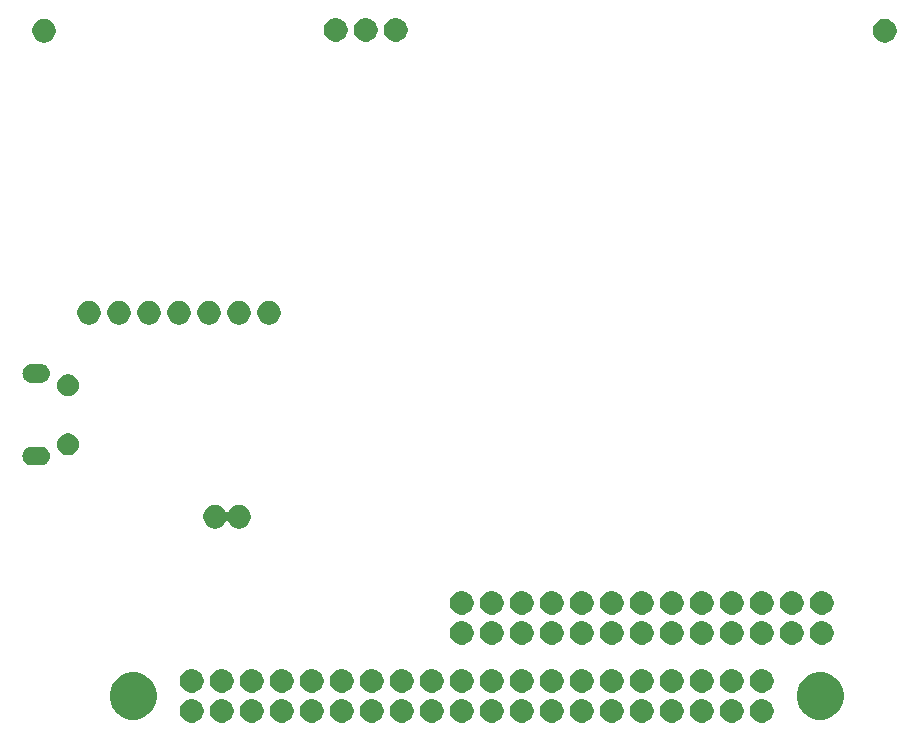
<source format=gbr>
G04 #@! TF.GenerationSoftware,KiCad,Pcbnew,5.0.2+dfsg1-1~bpo9+1*
G04 #@! TF.CreationDate,2019-03-08T11:12:02+00:00*
G04 #@! TF.ProjectId,thin_ZBS_screen,7468696e-5f5a-4425-935f-73637265656e,rev?*
G04 #@! TF.SameCoordinates,Original*
G04 #@! TF.FileFunction,Soldermask,Top*
G04 #@! TF.FilePolarity,Negative*
%FSLAX46Y46*%
G04 Gerber Fmt 4.6, Leading zero omitted, Abs format (unit mm)*
G04 Created by KiCad (PCBNEW 5.0.2+dfsg1-1~bpo9+1) date Fri 08 Mar 2019 11:12:02 GMT*
%MOMM*%
%LPD*%
G01*
G04 APERTURE LIST*
%ADD10C,0.100000*%
G04 APERTURE END LIST*
D10*
G36*
X124635770Y-105187372D02*
X124751689Y-105210429D01*
X124933678Y-105285811D01*
X125097463Y-105395249D01*
X125236751Y-105534537D01*
X125346189Y-105698322D01*
X125421571Y-105880311D01*
X125460000Y-106073509D01*
X125460000Y-106270491D01*
X125421571Y-106463689D01*
X125346189Y-106645678D01*
X125236751Y-106809463D01*
X125097463Y-106948751D01*
X124933678Y-107058189D01*
X124751689Y-107133571D01*
X124635770Y-107156628D01*
X124558493Y-107172000D01*
X124361507Y-107172000D01*
X124284230Y-107156628D01*
X124168311Y-107133571D01*
X123986322Y-107058189D01*
X123822537Y-106948751D01*
X123683249Y-106809463D01*
X123573811Y-106645678D01*
X123498429Y-106463689D01*
X123460000Y-106270491D01*
X123460000Y-106073509D01*
X123498429Y-105880311D01*
X123573811Y-105698322D01*
X123683249Y-105534537D01*
X123822537Y-105395249D01*
X123986322Y-105285811D01*
X124168311Y-105210429D01*
X124284230Y-105187372D01*
X124361507Y-105172000D01*
X124558493Y-105172000D01*
X124635770Y-105187372D01*
X124635770Y-105187372D01*
G37*
G36*
X155115770Y-105187372D02*
X155231689Y-105210429D01*
X155413678Y-105285811D01*
X155577463Y-105395249D01*
X155716751Y-105534537D01*
X155826189Y-105698322D01*
X155901571Y-105880311D01*
X155940000Y-106073509D01*
X155940000Y-106270491D01*
X155901571Y-106463689D01*
X155826189Y-106645678D01*
X155716751Y-106809463D01*
X155577463Y-106948751D01*
X155413678Y-107058189D01*
X155231689Y-107133571D01*
X155115770Y-107156628D01*
X155038493Y-107172000D01*
X154841507Y-107172000D01*
X154764230Y-107156628D01*
X154648311Y-107133571D01*
X154466322Y-107058189D01*
X154302537Y-106948751D01*
X154163249Y-106809463D01*
X154053811Y-106645678D01*
X153978429Y-106463689D01*
X153940000Y-106270491D01*
X153940000Y-106073509D01*
X153978429Y-105880311D01*
X154053811Y-105698322D01*
X154163249Y-105534537D01*
X154302537Y-105395249D01*
X154466322Y-105285811D01*
X154648311Y-105210429D01*
X154764230Y-105187372D01*
X154841507Y-105172000D01*
X155038493Y-105172000D01*
X155115770Y-105187372D01*
X155115770Y-105187372D01*
G37*
G36*
X132255770Y-105187372D02*
X132371689Y-105210429D01*
X132553678Y-105285811D01*
X132717463Y-105395249D01*
X132856751Y-105534537D01*
X132966189Y-105698322D01*
X133041571Y-105880311D01*
X133080000Y-106073509D01*
X133080000Y-106270491D01*
X133041571Y-106463689D01*
X132966189Y-106645678D01*
X132856751Y-106809463D01*
X132717463Y-106948751D01*
X132553678Y-107058189D01*
X132371689Y-107133571D01*
X132255770Y-107156628D01*
X132178493Y-107172000D01*
X131981507Y-107172000D01*
X131904230Y-107156628D01*
X131788311Y-107133571D01*
X131606322Y-107058189D01*
X131442537Y-106948751D01*
X131303249Y-106809463D01*
X131193811Y-106645678D01*
X131118429Y-106463689D01*
X131080000Y-106270491D01*
X131080000Y-106073509D01*
X131118429Y-105880311D01*
X131193811Y-105698322D01*
X131303249Y-105534537D01*
X131442537Y-105395249D01*
X131606322Y-105285811D01*
X131788311Y-105210429D01*
X131904230Y-105187372D01*
X131981507Y-105172000D01*
X132178493Y-105172000D01*
X132255770Y-105187372D01*
X132255770Y-105187372D01*
G37*
G36*
X134795770Y-105187372D02*
X134911689Y-105210429D01*
X135093678Y-105285811D01*
X135257463Y-105395249D01*
X135396751Y-105534537D01*
X135506189Y-105698322D01*
X135581571Y-105880311D01*
X135620000Y-106073509D01*
X135620000Y-106270491D01*
X135581571Y-106463689D01*
X135506189Y-106645678D01*
X135396751Y-106809463D01*
X135257463Y-106948751D01*
X135093678Y-107058189D01*
X134911689Y-107133571D01*
X134795770Y-107156628D01*
X134718493Y-107172000D01*
X134521507Y-107172000D01*
X134444230Y-107156628D01*
X134328311Y-107133571D01*
X134146322Y-107058189D01*
X133982537Y-106948751D01*
X133843249Y-106809463D01*
X133733811Y-106645678D01*
X133658429Y-106463689D01*
X133620000Y-106270491D01*
X133620000Y-106073509D01*
X133658429Y-105880311D01*
X133733811Y-105698322D01*
X133843249Y-105534537D01*
X133982537Y-105395249D01*
X134146322Y-105285811D01*
X134328311Y-105210429D01*
X134444230Y-105187372D01*
X134521507Y-105172000D01*
X134718493Y-105172000D01*
X134795770Y-105187372D01*
X134795770Y-105187372D01*
G37*
G36*
X137335770Y-105187372D02*
X137451689Y-105210429D01*
X137633678Y-105285811D01*
X137797463Y-105395249D01*
X137936751Y-105534537D01*
X138046189Y-105698322D01*
X138121571Y-105880311D01*
X138160000Y-106073509D01*
X138160000Y-106270491D01*
X138121571Y-106463689D01*
X138046189Y-106645678D01*
X137936751Y-106809463D01*
X137797463Y-106948751D01*
X137633678Y-107058189D01*
X137451689Y-107133571D01*
X137335770Y-107156628D01*
X137258493Y-107172000D01*
X137061507Y-107172000D01*
X136984230Y-107156628D01*
X136868311Y-107133571D01*
X136686322Y-107058189D01*
X136522537Y-106948751D01*
X136383249Y-106809463D01*
X136273811Y-106645678D01*
X136198429Y-106463689D01*
X136160000Y-106270491D01*
X136160000Y-106073509D01*
X136198429Y-105880311D01*
X136273811Y-105698322D01*
X136383249Y-105534537D01*
X136522537Y-105395249D01*
X136686322Y-105285811D01*
X136868311Y-105210429D01*
X136984230Y-105187372D01*
X137061507Y-105172000D01*
X137258493Y-105172000D01*
X137335770Y-105187372D01*
X137335770Y-105187372D01*
G37*
G36*
X139875770Y-105187372D02*
X139991689Y-105210429D01*
X140173678Y-105285811D01*
X140337463Y-105395249D01*
X140476751Y-105534537D01*
X140586189Y-105698322D01*
X140661571Y-105880311D01*
X140700000Y-106073509D01*
X140700000Y-106270491D01*
X140661571Y-106463689D01*
X140586189Y-106645678D01*
X140476751Y-106809463D01*
X140337463Y-106948751D01*
X140173678Y-107058189D01*
X139991689Y-107133571D01*
X139875770Y-107156628D01*
X139798493Y-107172000D01*
X139601507Y-107172000D01*
X139524230Y-107156628D01*
X139408311Y-107133571D01*
X139226322Y-107058189D01*
X139062537Y-106948751D01*
X138923249Y-106809463D01*
X138813811Y-106645678D01*
X138738429Y-106463689D01*
X138700000Y-106270491D01*
X138700000Y-106073509D01*
X138738429Y-105880311D01*
X138813811Y-105698322D01*
X138923249Y-105534537D01*
X139062537Y-105395249D01*
X139226322Y-105285811D01*
X139408311Y-105210429D01*
X139524230Y-105187372D01*
X139601507Y-105172000D01*
X139798493Y-105172000D01*
X139875770Y-105187372D01*
X139875770Y-105187372D01*
G37*
G36*
X142415770Y-105187372D02*
X142531689Y-105210429D01*
X142713678Y-105285811D01*
X142877463Y-105395249D01*
X143016751Y-105534537D01*
X143126189Y-105698322D01*
X143201571Y-105880311D01*
X143240000Y-106073509D01*
X143240000Y-106270491D01*
X143201571Y-106463689D01*
X143126189Y-106645678D01*
X143016751Y-106809463D01*
X142877463Y-106948751D01*
X142713678Y-107058189D01*
X142531689Y-107133571D01*
X142415770Y-107156628D01*
X142338493Y-107172000D01*
X142141507Y-107172000D01*
X142064230Y-107156628D01*
X141948311Y-107133571D01*
X141766322Y-107058189D01*
X141602537Y-106948751D01*
X141463249Y-106809463D01*
X141353811Y-106645678D01*
X141278429Y-106463689D01*
X141240000Y-106270491D01*
X141240000Y-106073509D01*
X141278429Y-105880311D01*
X141353811Y-105698322D01*
X141463249Y-105534537D01*
X141602537Y-105395249D01*
X141766322Y-105285811D01*
X141948311Y-105210429D01*
X142064230Y-105187372D01*
X142141507Y-105172000D01*
X142338493Y-105172000D01*
X142415770Y-105187372D01*
X142415770Y-105187372D01*
G37*
G36*
X144955770Y-105187372D02*
X145071689Y-105210429D01*
X145253678Y-105285811D01*
X145417463Y-105395249D01*
X145556751Y-105534537D01*
X145666189Y-105698322D01*
X145741571Y-105880311D01*
X145780000Y-106073509D01*
X145780000Y-106270491D01*
X145741571Y-106463689D01*
X145666189Y-106645678D01*
X145556751Y-106809463D01*
X145417463Y-106948751D01*
X145253678Y-107058189D01*
X145071689Y-107133571D01*
X144955770Y-107156628D01*
X144878493Y-107172000D01*
X144681507Y-107172000D01*
X144604230Y-107156628D01*
X144488311Y-107133571D01*
X144306322Y-107058189D01*
X144142537Y-106948751D01*
X144003249Y-106809463D01*
X143893811Y-106645678D01*
X143818429Y-106463689D01*
X143780000Y-106270491D01*
X143780000Y-106073509D01*
X143818429Y-105880311D01*
X143893811Y-105698322D01*
X144003249Y-105534537D01*
X144142537Y-105395249D01*
X144306322Y-105285811D01*
X144488311Y-105210429D01*
X144604230Y-105187372D01*
X144681507Y-105172000D01*
X144878493Y-105172000D01*
X144955770Y-105187372D01*
X144955770Y-105187372D01*
G37*
G36*
X147495770Y-105187372D02*
X147611689Y-105210429D01*
X147793678Y-105285811D01*
X147957463Y-105395249D01*
X148096751Y-105534537D01*
X148206189Y-105698322D01*
X148281571Y-105880311D01*
X148320000Y-106073509D01*
X148320000Y-106270491D01*
X148281571Y-106463689D01*
X148206189Y-106645678D01*
X148096751Y-106809463D01*
X147957463Y-106948751D01*
X147793678Y-107058189D01*
X147611689Y-107133571D01*
X147495770Y-107156628D01*
X147418493Y-107172000D01*
X147221507Y-107172000D01*
X147144230Y-107156628D01*
X147028311Y-107133571D01*
X146846322Y-107058189D01*
X146682537Y-106948751D01*
X146543249Y-106809463D01*
X146433811Y-106645678D01*
X146358429Y-106463689D01*
X146320000Y-106270491D01*
X146320000Y-106073509D01*
X146358429Y-105880311D01*
X146433811Y-105698322D01*
X146543249Y-105534537D01*
X146682537Y-105395249D01*
X146846322Y-105285811D01*
X147028311Y-105210429D01*
X147144230Y-105187372D01*
X147221507Y-105172000D01*
X147418493Y-105172000D01*
X147495770Y-105187372D01*
X147495770Y-105187372D01*
G37*
G36*
X150035770Y-105187372D02*
X150151689Y-105210429D01*
X150333678Y-105285811D01*
X150497463Y-105395249D01*
X150636751Y-105534537D01*
X150746189Y-105698322D01*
X150821571Y-105880311D01*
X150860000Y-106073509D01*
X150860000Y-106270491D01*
X150821571Y-106463689D01*
X150746189Y-106645678D01*
X150636751Y-106809463D01*
X150497463Y-106948751D01*
X150333678Y-107058189D01*
X150151689Y-107133571D01*
X150035770Y-107156628D01*
X149958493Y-107172000D01*
X149761507Y-107172000D01*
X149684230Y-107156628D01*
X149568311Y-107133571D01*
X149386322Y-107058189D01*
X149222537Y-106948751D01*
X149083249Y-106809463D01*
X148973811Y-106645678D01*
X148898429Y-106463689D01*
X148860000Y-106270491D01*
X148860000Y-106073509D01*
X148898429Y-105880311D01*
X148973811Y-105698322D01*
X149083249Y-105534537D01*
X149222537Y-105395249D01*
X149386322Y-105285811D01*
X149568311Y-105210429D01*
X149684230Y-105187372D01*
X149761507Y-105172000D01*
X149958493Y-105172000D01*
X150035770Y-105187372D01*
X150035770Y-105187372D01*
G37*
G36*
X152575770Y-105187372D02*
X152691689Y-105210429D01*
X152873678Y-105285811D01*
X153037463Y-105395249D01*
X153176751Y-105534537D01*
X153286189Y-105698322D01*
X153361571Y-105880311D01*
X153400000Y-106073509D01*
X153400000Y-106270491D01*
X153361571Y-106463689D01*
X153286189Y-106645678D01*
X153176751Y-106809463D01*
X153037463Y-106948751D01*
X152873678Y-107058189D01*
X152691689Y-107133571D01*
X152575770Y-107156628D01*
X152498493Y-107172000D01*
X152301507Y-107172000D01*
X152224230Y-107156628D01*
X152108311Y-107133571D01*
X151926322Y-107058189D01*
X151762537Y-106948751D01*
X151623249Y-106809463D01*
X151513811Y-106645678D01*
X151438429Y-106463689D01*
X151400000Y-106270491D01*
X151400000Y-106073509D01*
X151438429Y-105880311D01*
X151513811Y-105698322D01*
X151623249Y-105534537D01*
X151762537Y-105395249D01*
X151926322Y-105285811D01*
X152108311Y-105210429D01*
X152224230Y-105187372D01*
X152301507Y-105172000D01*
X152498493Y-105172000D01*
X152575770Y-105187372D01*
X152575770Y-105187372D01*
G37*
G36*
X160195770Y-105187372D02*
X160311689Y-105210429D01*
X160493678Y-105285811D01*
X160657463Y-105395249D01*
X160796751Y-105534537D01*
X160906189Y-105698322D01*
X160981571Y-105880311D01*
X161020000Y-106073509D01*
X161020000Y-106270491D01*
X160981571Y-106463689D01*
X160906189Y-106645678D01*
X160796751Y-106809463D01*
X160657463Y-106948751D01*
X160493678Y-107058189D01*
X160311689Y-107133571D01*
X160195770Y-107156628D01*
X160118493Y-107172000D01*
X159921507Y-107172000D01*
X159844230Y-107156628D01*
X159728311Y-107133571D01*
X159546322Y-107058189D01*
X159382537Y-106948751D01*
X159243249Y-106809463D01*
X159133811Y-106645678D01*
X159058429Y-106463689D01*
X159020000Y-106270491D01*
X159020000Y-106073509D01*
X159058429Y-105880311D01*
X159133811Y-105698322D01*
X159243249Y-105534537D01*
X159382537Y-105395249D01*
X159546322Y-105285811D01*
X159728311Y-105210429D01*
X159844230Y-105187372D01*
X159921507Y-105172000D01*
X160118493Y-105172000D01*
X160195770Y-105187372D01*
X160195770Y-105187372D01*
G37*
G36*
X162735770Y-105187372D02*
X162851689Y-105210429D01*
X163033678Y-105285811D01*
X163197463Y-105395249D01*
X163336751Y-105534537D01*
X163446189Y-105698322D01*
X163521571Y-105880311D01*
X163560000Y-106073509D01*
X163560000Y-106270491D01*
X163521571Y-106463689D01*
X163446189Y-106645678D01*
X163336751Y-106809463D01*
X163197463Y-106948751D01*
X163033678Y-107058189D01*
X162851689Y-107133571D01*
X162735770Y-107156628D01*
X162658493Y-107172000D01*
X162461507Y-107172000D01*
X162384230Y-107156628D01*
X162268311Y-107133571D01*
X162086322Y-107058189D01*
X161922537Y-106948751D01*
X161783249Y-106809463D01*
X161673811Y-106645678D01*
X161598429Y-106463689D01*
X161560000Y-106270491D01*
X161560000Y-106073509D01*
X161598429Y-105880311D01*
X161673811Y-105698322D01*
X161783249Y-105534537D01*
X161922537Y-105395249D01*
X162086322Y-105285811D01*
X162268311Y-105210429D01*
X162384230Y-105187372D01*
X162461507Y-105172000D01*
X162658493Y-105172000D01*
X162735770Y-105187372D01*
X162735770Y-105187372D01*
G37*
G36*
X165275770Y-105187372D02*
X165391689Y-105210429D01*
X165573678Y-105285811D01*
X165737463Y-105395249D01*
X165876751Y-105534537D01*
X165986189Y-105698322D01*
X166061571Y-105880311D01*
X166100000Y-106073509D01*
X166100000Y-106270491D01*
X166061571Y-106463689D01*
X165986189Y-106645678D01*
X165876751Y-106809463D01*
X165737463Y-106948751D01*
X165573678Y-107058189D01*
X165391689Y-107133571D01*
X165275770Y-107156628D01*
X165198493Y-107172000D01*
X165001507Y-107172000D01*
X164924230Y-107156628D01*
X164808311Y-107133571D01*
X164626322Y-107058189D01*
X164462537Y-106948751D01*
X164323249Y-106809463D01*
X164213811Y-106645678D01*
X164138429Y-106463689D01*
X164100000Y-106270491D01*
X164100000Y-106073509D01*
X164138429Y-105880311D01*
X164213811Y-105698322D01*
X164323249Y-105534537D01*
X164462537Y-105395249D01*
X164626322Y-105285811D01*
X164808311Y-105210429D01*
X164924230Y-105187372D01*
X165001507Y-105172000D01*
X165198493Y-105172000D01*
X165275770Y-105187372D01*
X165275770Y-105187372D01*
G37*
G36*
X167815770Y-105187372D02*
X167931689Y-105210429D01*
X168113678Y-105285811D01*
X168277463Y-105395249D01*
X168416751Y-105534537D01*
X168526189Y-105698322D01*
X168601571Y-105880311D01*
X168640000Y-106073509D01*
X168640000Y-106270491D01*
X168601571Y-106463689D01*
X168526189Y-106645678D01*
X168416751Y-106809463D01*
X168277463Y-106948751D01*
X168113678Y-107058189D01*
X167931689Y-107133571D01*
X167815770Y-107156628D01*
X167738493Y-107172000D01*
X167541507Y-107172000D01*
X167464230Y-107156628D01*
X167348311Y-107133571D01*
X167166322Y-107058189D01*
X167002537Y-106948751D01*
X166863249Y-106809463D01*
X166753811Y-106645678D01*
X166678429Y-106463689D01*
X166640000Y-106270491D01*
X166640000Y-106073509D01*
X166678429Y-105880311D01*
X166753811Y-105698322D01*
X166863249Y-105534537D01*
X167002537Y-105395249D01*
X167166322Y-105285811D01*
X167348311Y-105210429D01*
X167464230Y-105187372D01*
X167541507Y-105172000D01*
X167738493Y-105172000D01*
X167815770Y-105187372D01*
X167815770Y-105187372D01*
G37*
G36*
X170355770Y-105187372D02*
X170471689Y-105210429D01*
X170653678Y-105285811D01*
X170817463Y-105395249D01*
X170956751Y-105534537D01*
X171066189Y-105698322D01*
X171141571Y-105880311D01*
X171180000Y-106073509D01*
X171180000Y-106270491D01*
X171141571Y-106463689D01*
X171066189Y-106645678D01*
X170956751Y-106809463D01*
X170817463Y-106948751D01*
X170653678Y-107058189D01*
X170471689Y-107133571D01*
X170355770Y-107156628D01*
X170278493Y-107172000D01*
X170081507Y-107172000D01*
X170004230Y-107156628D01*
X169888311Y-107133571D01*
X169706322Y-107058189D01*
X169542537Y-106948751D01*
X169403249Y-106809463D01*
X169293811Y-106645678D01*
X169218429Y-106463689D01*
X169180000Y-106270491D01*
X169180000Y-106073509D01*
X169218429Y-105880311D01*
X169293811Y-105698322D01*
X169403249Y-105534537D01*
X169542537Y-105395249D01*
X169706322Y-105285811D01*
X169888311Y-105210429D01*
X170004230Y-105187372D01*
X170081507Y-105172000D01*
X170278493Y-105172000D01*
X170355770Y-105187372D01*
X170355770Y-105187372D01*
G37*
G36*
X172895770Y-105187372D02*
X173011689Y-105210429D01*
X173193678Y-105285811D01*
X173357463Y-105395249D01*
X173496751Y-105534537D01*
X173606189Y-105698322D01*
X173681571Y-105880311D01*
X173720000Y-106073509D01*
X173720000Y-106270491D01*
X173681571Y-106463689D01*
X173606189Y-106645678D01*
X173496751Y-106809463D01*
X173357463Y-106948751D01*
X173193678Y-107058189D01*
X173011689Y-107133571D01*
X172895770Y-107156628D01*
X172818493Y-107172000D01*
X172621507Y-107172000D01*
X172544230Y-107156628D01*
X172428311Y-107133571D01*
X172246322Y-107058189D01*
X172082537Y-106948751D01*
X171943249Y-106809463D01*
X171833811Y-106645678D01*
X171758429Y-106463689D01*
X171720000Y-106270491D01*
X171720000Y-106073509D01*
X171758429Y-105880311D01*
X171833811Y-105698322D01*
X171943249Y-105534537D01*
X172082537Y-105395249D01*
X172246322Y-105285811D01*
X172428311Y-105210429D01*
X172544230Y-105187372D01*
X172621507Y-105172000D01*
X172818493Y-105172000D01*
X172895770Y-105187372D01*
X172895770Y-105187372D01*
G37*
G36*
X129715770Y-105187372D02*
X129831689Y-105210429D01*
X130013678Y-105285811D01*
X130177463Y-105395249D01*
X130316751Y-105534537D01*
X130426189Y-105698322D01*
X130501571Y-105880311D01*
X130540000Y-106073509D01*
X130540000Y-106270491D01*
X130501571Y-106463689D01*
X130426189Y-106645678D01*
X130316751Y-106809463D01*
X130177463Y-106948751D01*
X130013678Y-107058189D01*
X129831689Y-107133571D01*
X129715770Y-107156628D01*
X129638493Y-107172000D01*
X129441507Y-107172000D01*
X129364230Y-107156628D01*
X129248311Y-107133571D01*
X129066322Y-107058189D01*
X128902537Y-106948751D01*
X128763249Y-106809463D01*
X128653811Y-106645678D01*
X128578429Y-106463689D01*
X128540000Y-106270491D01*
X128540000Y-106073509D01*
X128578429Y-105880311D01*
X128653811Y-105698322D01*
X128763249Y-105534537D01*
X128902537Y-105395249D01*
X129066322Y-105285811D01*
X129248311Y-105210429D01*
X129364230Y-105187372D01*
X129441507Y-105172000D01*
X129638493Y-105172000D01*
X129715770Y-105187372D01*
X129715770Y-105187372D01*
G37*
G36*
X127175770Y-105187372D02*
X127291689Y-105210429D01*
X127473678Y-105285811D01*
X127637463Y-105395249D01*
X127776751Y-105534537D01*
X127886189Y-105698322D01*
X127961571Y-105880311D01*
X128000000Y-106073509D01*
X128000000Y-106270491D01*
X127961571Y-106463689D01*
X127886189Y-106645678D01*
X127776751Y-106809463D01*
X127637463Y-106948751D01*
X127473678Y-107058189D01*
X127291689Y-107133571D01*
X127175770Y-107156628D01*
X127098493Y-107172000D01*
X126901507Y-107172000D01*
X126824230Y-107156628D01*
X126708311Y-107133571D01*
X126526322Y-107058189D01*
X126362537Y-106948751D01*
X126223249Y-106809463D01*
X126113811Y-106645678D01*
X126038429Y-106463689D01*
X126000000Y-106270491D01*
X126000000Y-106073509D01*
X126038429Y-105880311D01*
X126113811Y-105698322D01*
X126223249Y-105534537D01*
X126362537Y-105395249D01*
X126526322Y-105285811D01*
X126708311Y-105210429D01*
X126824230Y-105187372D01*
X126901507Y-105172000D01*
X127098493Y-105172000D01*
X127175770Y-105187372D01*
X127175770Y-105187372D01*
G37*
G36*
X157655770Y-105187372D02*
X157771689Y-105210429D01*
X157953678Y-105285811D01*
X158117463Y-105395249D01*
X158256751Y-105534537D01*
X158366189Y-105698322D01*
X158441571Y-105880311D01*
X158480000Y-106073509D01*
X158480000Y-106270491D01*
X158441571Y-106463689D01*
X158366189Y-106645678D01*
X158256751Y-106809463D01*
X158117463Y-106948751D01*
X157953678Y-107058189D01*
X157771689Y-107133571D01*
X157655770Y-107156628D01*
X157578493Y-107172000D01*
X157381507Y-107172000D01*
X157304230Y-107156628D01*
X157188311Y-107133571D01*
X157006322Y-107058189D01*
X156842537Y-106948751D01*
X156703249Y-106809463D01*
X156593811Y-106645678D01*
X156518429Y-106463689D01*
X156480000Y-106270491D01*
X156480000Y-106073509D01*
X156518429Y-105880311D01*
X156593811Y-105698322D01*
X156703249Y-105534537D01*
X156842537Y-105395249D01*
X157006322Y-105285811D01*
X157188311Y-105210429D01*
X157304230Y-105187372D01*
X157381507Y-105172000D01*
X157578493Y-105172000D01*
X157655770Y-105187372D01*
X157655770Y-105187372D01*
G37*
G36*
X120090378Y-102978859D02*
X120454354Y-103129622D01*
X120781929Y-103348501D01*
X121060499Y-103627071D01*
X121279378Y-103954646D01*
X121430141Y-104318622D01*
X121507000Y-104705016D01*
X121507000Y-105098984D01*
X121430141Y-105485378D01*
X121279378Y-105849354D01*
X121060499Y-106176929D01*
X120781929Y-106455499D01*
X120454354Y-106674378D01*
X120090378Y-106825141D01*
X119703984Y-106902000D01*
X119310016Y-106902000D01*
X118923622Y-106825141D01*
X118559646Y-106674378D01*
X118232071Y-106455499D01*
X117953501Y-106176929D01*
X117734622Y-105849354D01*
X117583859Y-105485378D01*
X117507000Y-105098984D01*
X117507000Y-104705016D01*
X117583859Y-104318622D01*
X117734622Y-103954646D01*
X117953501Y-103627071D01*
X118232071Y-103348501D01*
X118559646Y-103129622D01*
X118923622Y-102978859D01*
X119310016Y-102902000D01*
X119703984Y-102902000D01*
X120090378Y-102978859D01*
X120090378Y-102978859D01*
G37*
G36*
X178256378Y-102978859D02*
X178620354Y-103129622D01*
X178947929Y-103348501D01*
X179226499Y-103627071D01*
X179445378Y-103954646D01*
X179596141Y-104318622D01*
X179673000Y-104705016D01*
X179673000Y-105098984D01*
X179596141Y-105485378D01*
X179445378Y-105849354D01*
X179226499Y-106176929D01*
X178947929Y-106455499D01*
X178620354Y-106674378D01*
X178256378Y-106825141D01*
X177869984Y-106902000D01*
X177476016Y-106902000D01*
X177089622Y-106825141D01*
X176725646Y-106674378D01*
X176398071Y-106455499D01*
X176119501Y-106176929D01*
X175900622Y-105849354D01*
X175749859Y-105485378D01*
X175673000Y-105098984D01*
X175673000Y-104705016D01*
X175749859Y-104318622D01*
X175900622Y-103954646D01*
X176119501Y-103627071D01*
X176398071Y-103348501D01*
X176725646Y-103129622D01*
X177089622Y-102978859D01*
X177476016Y-102902000D01*
X177869984Y-102902000D01*
X178256378Y-102978859D01*
X178256378Y-102978859D01*
G37*
G36*
X124635770Y-102647372D02*
X124751689Y-102670429D01*
X124933678Y-102745811D01*
X125097463Y-102855249D01*
X125236751Y-102994537D01*
X125346189Y-103158322D01*
X125421571Y-103340311D01*
X125460000Y-103533509D01*
X125460000Y-103730491D01*
X125421571Y-103923689D01*
X125346189Y-104105678D01*
X125236751Y-104269463D01*
X125097463Y-104408751D01*
X124933678Y-104518189D01*
X124751689Y-104593571D01*
X124635770Y-104616628D01*
X124558493Y-104632000D01*
X124361507Y-104632000D01*
X124284230Y-104616628D01*
X124168311Y-104593571D01*
X123986322Y-104518189D01*
X123822537Y-104408751D01*
X123683249Y-104269463D01*
X123573811Y-104105678D01*
X123498429Y-103923689D01*
X123460000Y-103730491D01*
X123460000Y-103533509D01*
X123498429Y-103340311D01*
X123573811Y-103158322D01*
X123683249Y-102994537D01*
X123822537Y-102855249D01*
X123986322Y-102745811D01*
X124168311Y-102670429D01*
X124284230Y-102647372D01*
X124361507Y-102632000D01*
X124558493Y-102632000D01*
X124635770Y-102647372D01*
X124635770Y-102647372D01*
G37*
G36*
X157655770Y-102647372D02*
X157771689Y-102670429D01*
X157953678Y-102745811D01*
X158117463Y-102855249D01*
X158256751Y-102994537D01*
X158366189Y-103158322D01*
X158441571Y-103340311D01*
X158480000Y-103533509D01*
X158480000Y-103730491D01*
X158441571Y-103923689D01*
X158366189Y-104105678D01*
X158256751Y-104269463D01*
X158117463Y-104408751D01*
X157953678Y-104518189D01*
X157771689Y-104593571D01*
X157655770Y-104616628D01*
X157578493Y-104632000D01*
X157381507Y-104632000D01*
X157304230Y-104616628D01*
X157188311Y-104593571D01*
X157006322Y-104518189D01*
X156842537Y-104408751D01*
X156703249Y-104269463D01*
X156593811Y-104105678D01*
X156518429Y-103923689D01*
X156480000Y-103730491D01*
X156480000Y-103533509D01*
X156518429Y-103340311D01*
X156593811Y-103158322D01*
X156703249Y-102994537D01*
X156842537Y-102855249D01*
X157006322Y-102745811D01*
X157188311Y-102670429D01*
X157304230Y-102647372D01*
X157381507Y-102632000D01*
X157578493Y-102632000D01*
X157655770Y-102647372D01*
X157655770Y-102647372D01*
G37*
G36*
X152575770Y-102647372D02*
X152691689Y-102670429D01*
X152873678Y-102745811D01*
X153037463Y-102855249D01*
X153176751Y-102994537D01*
X153286189Y-103158322D01*
X153361571Y-103340311D01*
X153400000Y-103533509D01*
X153400000Y-103730491D01*
X153361571Y-103923689D01*
X153286189Y-104105678D01*
X153176751Y-104269463D01*
X153037463Y-104408751D01*
X152873678Y-104518189D01*
X152691689Y-104593571D01*
X152575770Y-104616628D01*
X152498493Y-104632000D01*
X152301507Y-104632000D01*
X152224230Y-104616628D01*
X152108311Y-104593571D01*
X151926322Y-104518189D01*
X151762537Y-104408751D01*
X151623249Y-104269463D01*
X151513811Y-104105678D01*
X151438429Y-103923689D01*
X151400000Y-103730491D01*
X151400000Y-103533509D01*
X151438429Y-103340311D01*
X151513811Y-103158322D01*
X151623249Y-102994537D01*
X151762537Y-102855249D01*
X151926322Y-102745811D01*
X152108311Y-102670429D01*
X152224230Y-102647372D01*
X152301507Y-102632000D01*
X152498493Y-102632000D01*
X152575770Y-102647372D01*
X152575770Y-102647372D01*
G37*
G36*
X160195770Y-102647372D02*
X160311689Y-102670429D01*
X160493678Y-102745811D01*
X160657463Y-102855249D01*
X160796751Y-102994537D01*
X160906189Y-103158322D01*
X160981571Y-103340311D01*
X161020000Y-103533509D01*
X161020000Y-103730491D01*
X160981571Y-103923689D01*
X160906189Y-104105678D01*
X160796751Y-104269463D01*
X160657463Y-104408751D01*
X160493678Y-104518189D01*
X160311689Y-104593571D01*
X160195770Y-104616628D01*
X160118493Y-104632000D01*
X159921507Y-104632000D01*
X159844230Y-104616628D01*
X159728311Y-104593571D01*
X159546322Y-104518189D01*
X159382537Y-104408751D01*
X159243249Y-104269463D01*
X159133811Y-104105678D01*
X159058429Y-103923689D01*
X159020000Y-103730491D01*
X159020000Y-103533509D01*
X159058429Y-103340311D01*
X159133811Y-103158322D01*
X159243249Y-102994537D01*
X159382537Y-102855249D01*
X159546322Y-102745811D01*
X159728311Y-102670429D01*
X159844230Y-102647372D01*
X159921507Y-102632000D01*
X160118493Y-102632000D01*
X160195770Y-102647372D01*
X160195770Y-102647372D01*
G37*
G36*
X150035770Y-102647372D02*
X150151689Y-102670429D01*
X150333678Y-102745811D01*
X150497463Y-102855249D01*
X150636751Y-102994537D01*
X150746189Y-103158322D01*
X150821571Y-103340311D01*
X150860000Y-103533509D01*
X150860000Y-103730491D01*
X150821571Y-103923689D01*
X150746189Y-104105678D01*
X150636751Y-104269463D01*
X150497463Y-104408751D01*
X150333678Y-104518189D01*
X150151689Y-104593571D01*
X150035770Y-104616628D01*
X149958493Y-104632000D01*
X149761507Y-104632000D01*
X149684230Y-104616628D01*
X149568311Y-104593571D01*
X149386322Y-104518189D01*
X149222537Y-104408751D01*
X149083249Y-104269463D01*
X148973811Y-104105678D01*
X148898429Y-103923689D01*
X148860000Y-103730491D01*
X148860000Y-103533509D01*
X148898429Y-103340311D01*
X148973811Y-103158322D01*
X149083249Y-102994537D01*
X149222537Y-102855249D01*
X149386322Y-102745811D01*
X149568311Y-102670429D01*
X149684230Y-102647372D01*
X149761507Y-102632000D01*
X149958493Y-102632000D01*
X150035770Y-102647372D01*
X150035770Y-102647372D01*
G37*
G36*
X162735770Y-102647372D02*
X162851689Y-102670429D01*
X163033678Y-102745811D01*
X163197463Y-102855249D01*
X163336751Y-102994537D01*
X163446189Y-103158322D01*
X163521571Y-103340311D01*
X163560000Y-103533509D01*
X163560000Y-103730491D01*
X163521571Y-103923689D01*
X163446189Y-104105678D01*
X163336751Y-104269463D01*
X163197463Y-104408751D01*
X163033678Y-104518189D01*
X162851689Y-104593571D01*
X162735770Y-104616628D01*
X162658493Y-104632000D01*
X162461507Y-104632000D01*
X162384230Y-104616628D01*
X162268311Y-104593571D01*
X162086322Y-104518189D01*
X161922537Y-104408751D01*
X161783249Y-104269463D01*
X161673811Y-104105678D01*
X161598429Y-103923689D01*
X161560000Y-103730491D01*
X161560000Y-103533509D01*
X161598429Y-103340311D01*
X161673811Y-103158322D01*
X161783249Y-102994537D01*
X161922537Y-102855249D01*
X162086322Y-102745811D01*
X162268311Y-102670429D01*
X162384230Y-102647372D01*
X162461507Y-102632000D01*
X162658493Y-102632000D01*
X162735770Y-102647372D01*
X162735770Y-102647372D01*
G37*
G36*
X147495770Y-102647372D02*
X147611689Y-102670429D01*
X147793678Y-102745811D01*
X147957463Y-102855249D01*
X148096751Y-102994537D01*
X148206189Y-103158322D01*
X148281571Y-103340311D01*
X148320000Y-103533509D01*
X148320000Y-103730491D01*
X148281571Y-103923689D01*
X148206189Y-104105678D01*
X148096751Y-104269463D01*
X147957463Y-104408751D01*
X147793678Y-104518189D01*
X147611689Y-104593571D01*
X147495770Y-104616628D01*
X147418493Y-104632000D01*
X147221507Y-104632000D01*
X147144230Y-104616628D01*
X147028311Y-104593571D01*
X146846322Y-104518189D01*
X146682537Y-104408751D01*
X146543249Y-104269463D01*
X146433811Y-104105678D01*
X146358429Y-103923689D01*
X146320000Y-103730491D01*
X146320000Y-103533509D01*
X146358429Y-103340311D01*
X146433811Y-103158322D01*
X146543249Y-102994537D01*
X146682537Y-102855249D01*
X146846322Y-102745811D01*
X147028311Y-102670429D01*
X147144230Y-102647372D01*
X147221507Y-102632000D01*
X147418493Y-102632000D01*
X147495770Y-102647372D01*
X147495770Y-102647372D01*
G37*
G36*
X165275770Y-102647372D02*
X165391689Y-102670429D01*
X165573678Y-102745811D01*
X165737463Y-102855249D01*
X165876751Y-102994537D01*
X165986189Y-103158322D01*
X166061571Y-103340311D01*
X166100000Y-103533509D01*
X166100000Y-103730491D01*
X166061571Y-103923689D01*
X165986189Y-104105678D01*
X165876751Y-104269463D01*
X165737463Y-104408751D01*
X165573678Y-104518189D01*
X165391689Y-104593571D01*
X165275770Y-104616628D01*
X165198493Y-104632000D01*
X165001507Y-104632000D01*
X164924230Y-104616628D01*
X164808311Y-104593571D01*
X164626322Y-104518189D01*
X164462537Y-104408751D01*
X164323249Y-104269463D01*
X164213811Y-104105678D01*
X164138429Y-103923689D01*
X164100000Y-103730491D01*
X164100000Y-103533509D01*
X164138429Y-103340311D01*
X164213811Y-103158322D01*
X164323249Y-102994537D01*
X164462537Y-102855249D01*
X164626322Y-102745811D01*
X164808311Y-102670429D01*
X164924230Y-102647372D01*
X165001507Y-102632000D01*
X165198493Y-102632000D01*
X165275770Y-102647372D01*
X165275770Y-102647372D01*
G37*
G36*
X144955770Y-102647372D02*
X145071689Y-102670429D01*
X145253678Y-102745811D01*
X145417463Y-102855249D01*
X145556751Y-102994537D01*
X145666189Y-103158322D01*
X145741571Y-103340311D01*
X145780000Y-103533509D01*
X145780000Y-103730491D01*
X145741571Y-103923689D01*
X145666189Y-104105678D01*
X145556751Y-104269463D01*
X145417463Y-104408751D01*
X145253678Y-104518189D01*
X145071689Y-104593571D01*
X144955770Y-104616628D01*
X144878493Y-104632000D01*
X144681507Y-104632000D01*
X144604230Y-104616628D01*
X144488311Y-104593571D01*
X144306322Y-104518189D01*
X144142537Y-104408751D01*
X144003249Y-104269463D01*
X143893811Y-104105678D01*
X143818429Y-103923689D01*
X143780000Y-103730491D01*
X143780000Y-103533509D01*
X143818429Y-103340311D01*
X143893811Y-103158322D01*
X144003249Y-102994537D01*
X144142537Y-102855249D01*
X144306322Y-102745811D01*
X144488311Y-102670429D01*
X144604230Y-102647372D01*
X144681507Y-102632000D01*
X144878493Y-102632000D01*
X144955770Y-102647372D01*
X144955770Y-102647372D01*
G37*
G36*
X167815770Y-102647372D02*
X167931689Y-102670429D01*
X168113678Y-102745811D01*
X168277463Y-102855249D01*
X168416751Y-102994537D01*
X168526189Y-103158322D01*
X168601571Y-103340311D01*
X168640000Y-103533509D01*
X168640000Y-103730491D01*
X168601571Y-103923689D01*
X168526189Y-104105678D01*
X168416751Y-104269463D01*
X168277463Y-104408751D01*
X168113678Y-104518189D01*
X167931689Y-104593571D01*
X167815770Y-104616628D01*
X167738493Y-104632000D01*
X167541507Y-104632000D01*
X167464230Y-104616628D01*
X167348311Y-104593571D01*
X167166322Y-104518189D01*
X167002537Y-104408751D01*
X166863249Y-104269463D01*
X166753811Y-104105678D01*
X166678429Y-103923689D01*
X166640000Y-103730491D01*
X166640000Y-103533509D01*
X166678429Y-103340311D01*
X166753811Y-103158322D01*
X166863249Y-102994537D01*
X167002537Y-102855249D01*
X167166322Y-102745811D01*
X167348311Y-102670429D01*
X167464230Y-102647372D01*
X167541507Y-102632000D01*
X167738493Y-102632000D01*
X167815770Y-102647372D01*
X167815770Y-102647372D01*
G37*
G36*
X155115770Y-102647372D02*
X155231689Y-102670429D01*
X155413678Y-102745811D01*
X155577463Y-102855249D01*
X155716751Y-102994537D01*
X155826189Y-103158322D01*
X155901571Y-103340311D01*
X155940000Y-103533509D01*
X155940000Y-103730491D01*
X155901571Y-103923689D01*
X155826189Y-104105678D01*
X155716751Y-104269463D01*
X155577463Y-104408751D01*
X155413678Y-104518189D01*
X155231689Y-104593571D01*
X155115770Y-104616628D01*
X155038493Y-104632000D01*
X154841507Y-104632000D01*
X154764230Y-104616628D01*
X154648311Y-104593571D01*
X154466322Y-104518189D01*
X154302537Y-104408751D01*
X154163249Y-104269463D01*
X154053811Y-104105678D01*
X153978429Y-103923689D01*
X153940000Y-103730491D01*
X153940000Y-103533509D01*
X153978429Y-103340311D01*
X154053811Y-103158322D01*
X154163249Y-102994537D01*
X154302537Y-102855249D01*
X154466322Y-102745811D01*
X154648311Y-102670429D01*
X154764230Y-102647372D01*
X154841507Y-102632000D01*
X155038493Y-102632000D01*
X155115770Y-102647372D01*
X155115770Y-102647372D01*
G37*
G36*
X139875770Y-102647372D02*
X139991689Y-102670429D01*
X140173678Y-102745811D01*
X140337463Y-102855249D01*
X140476751Y-102994537D01*
X140586189Y-103158322D01*
X140661571Y-103340311D01*
X140700000Y-103533509D01*
X140700000Y-103730491D01*
X140661571Y-103923689D01*
X140586189Y-104105678D01*
X140476751Y-104269463D01*
X140337463Y-104408751D01*
X140173678Y-104518189D01*
X139991689Y-104593571D01*
X139875770Y-104616628D01*
X139798493Y-104632000D01*
X139601507Y-104632000D01*
X139524230Y-104616628D01*
X139408311Y-104593571D01*
X139226322Y-104518189D01*
X139062537Y-104408751D01*
X138923249Y-104269463D01*
X138813811Y-104105678D01*
X138738429Y-103923689D01*
X138700000Y-103730491D01*
X138700000Y-103533509D01*
X138738429Y-103340311D01*
X138813811Y-103158322D01*
X138923249Y-102994537D01*
X139062537Y-102855249D01*
X139226322Y-102745811D01*
X139408311Y-102670429D01*
X139524230Y-102647372D01*
X139601507Y-102632000D01*
X139798493Y-102632000D01*
X139875770Y-102647372D01*
X139875770Y-102647372D01*
G37*
G36*
X137335770Y-102647372D02*
X137451689Y-102670429D01*
X137633678Y-102745811D01*
X137797463Y-102855249D01*
X137936751Y-102994537D01*
X138046189Y-103158322D01*
X138121571Y-103340311D01*
X138160000Y-103533509D01*
X138160000Y-103730491D01*
X138121571Y-103923689D01*
X138046189Y-104105678D01*
X137936751Y-104269463D01*
X137797463Y-104408751D01*
X137633678Y-104518189D01*
X137451689Y-104593571D01*
X137335770Y-104616628D01*
X137258493Y-104632000D01*
X137061507Y-104632000D01*
X136984230Y-104616628D01*
X136868311Y-104593571D01*
X136686322Y-104518189D01*
X136522537Y-104408751D01*
X136383249Y-104269463D01*
X136273811Y-104105678D01*
X136198429Y-103923689D01*
X136160000Y-103730491D01*
X136160000Y-103533509D01*
X136198429Y-103340311D01*
X136273811Y-103158322D01*
X136383249Y-102994537D01*
X136522537Y-102855249D01*
X136686322Y-102745811D01*
X136868311Y-102670429D01*
X136984230Y-102647372D01*
X137061507Y-102632000D01*
X137258493Y-102632000D01*
X137335770Y-102647372D01*
X137335770Y-102647372D01*
G37*
G36*
X134795770Y-102647372D02*
X134911689Y-102670429D01*
X135093678Y-102745811D01*
X135257463Y-102855249D01*
X135396751Y-102994537D01*
X135506189Y-103158322D01*
X135581571Y-103340311D01*
X135620000Y-103533509D01*
X135620000Y-103730491D01*
X135581571Y-103923689D01*
X135506189Y-104105678D01*
X135396751Y-104269463D01*
X135257463Y-104408751D01*
X135093678Y-104518189D01*
X134911689Y-104593571D01*
X134795770Y-104616628D01*
X134718493Y-104632000D01*
X134521507Y-104632000D01*
X134444230Y-104616628D01*
X134328311Y-104593571D01*
X134146322Y-104518189D01*
X133982537Y-104408751D01*
X133843249Y-104269463D01*
X133733811Y-104105678D01*
X133658429Y-103923689D01*
X133620000Y-103730491D01*
X133620000Y-103533509D01*
X133658429Y-103340311D01*
X133733811Y-103158322D01*
X133843249Y-102994537D01*
X133982537Y-102855249D01*
X134146322Y-102745811D01*
X134328311Y-102670429D01*
X134444230Y-102647372D01*
X134521507Y-102632000D01*
X134718493Y-102632000D01*
X134795770Y-102647372D01*
X134795770Y-102647372D01*
G37*
G36*
X129715770Y-102647372D02*
X129831689Y-102670429D01*
X130013678Y-102745811D01*
X130177463Y-102855249D01*
X130316751Y-102994537D01*
X130426189Y-103158322D01*
X130501571Y-103340311D01*
X130540000Y-103533509D01*
X130540000Y-103730491D01*
X130501571Y-103923689D01*
X130426189Y-104105678D01*
X130316751Y-104269463D01*
X130177463Y-104408751D01*
X130013678Y-104518189D01*
X129831689Y-104593571D01*
X129715770Y-104616628D01*
X129638493Y-104632000D01*
X129441507Y-104632000D01*
X129364230Y-104616628D01*
X129248311Y-104593571D01*
X129066322Y-104518189D01*
X128902537Y-104408751D01*
X128763249Y-104269463D01*
X128653811Y-104105678D01*
X128578429Y-103923689D01*
X128540000Y-103730491D01*
X128540000Y-103533509D01*
X128578429Y-103340311D01*
X128653811Y-103158322D01*
X128763249Y-102994537D01*
X128902537Y-102855249D01*
X129066322Y-102745811D01*
X129248311Y-102670429D01*
X129364230Y-102647372D01*
X129441507Y-102632000D01*
X129638493Y-102632000D01*
X129715770Y-102647372D01*
X129715770Y-102647372D01*
G37*
G36*
X132255770Y-102647372D02*
X132371689Y-102670429D01*
X132553678Y-102745811D01*
X132717463Y-102855249D01*
X132856751Y-102994537D01*
X132966189Y-103158322D01*
X133041571Y-103340311D01*
X133080000Y-103533509D01*
X133080000Y-103730491D01*
X133041571Y-103923689D01*
X132966189Y-104105678D01*
X132856751Y-104269463D01*
X132717463Y-104408751D01*
X132553678Y-104518189D01*
X132371689Y-104593571D01*
X132255770Y-104616628D01*
X132178493Y-104632000D01*
X131981507Y-104632000D01*
X131904230Y-104616628D01*
X131788311Y-104593571D01*
X131606322Y-104518189D01*
X131442537Y-104408751D01*
X131303249Y-104269463D01*
X131193811Y-104105678D01*
X131118429Y-103923689D01*
X131080000Y-103730491D01*
X131080000Y-103533509D01*
X131118429Y-103340311D01*
X131193811Y-103158322D01*
X131303249Y-102994537D01*
X131442537Y-102855249D01*
X131606322Y-102745811D01*
X131788311Y-102670429D01*
X131904230Y-102647372D01*
X131981507Y-102632000D01*
X132178493Y-102632000D01*
X132255770Y-102647372D01*
X132255770Y-102647372D01*
G37*
G36*
X127175770Y-102647372D02*
X127291689Y-102670429D01*
X127473678Y-102745811D01*
X127637463Y-102855249D01*
X127776751Y-102994537D01*
X127886189Y-103158322D01*
X127961571Y-103340311D01*
X128000000Y-103533509D01*
X128000000Y-103730491D01*
X127961571Y-103923689D01*
X127886189Y-104105678D01*
X127776751Y-104269463D01*
X127637463Y-104408751D01*
X127473678Y-104518189D01*
X127291689Y-104593571D01*
X127175770Y-104616628D01*
X127098493Y-104632000D01*
X126901507Y-104632000D01*
X126824230Y-104616628D01*
X126708311Y-104593571D01*
X126526322Y-104518189D01*
X126362537Y-104408751D01*
X126223249Y-104269463D01*
X126113811Y-104105678D01*
X126038429Y-103923689D01*
X126000000Y-103730491D01*
X126000000Y-103533509D01*
X126038429Y-103340311D01*
X126113811Y-103158322D01*
X126223249Y-102994537D01*
X126362537Y-102855249D01*
X126526322Y-102745811D01*
X126708311Y-102670429D01*
X126824230Y-102647372D01*
X126901507Y-102632000D01*
X127098493Y-102632000D01*
X127175770Y-102647372D01*
X127175770Y-102647372D01*
G37*
G36*
X142415770Y-102647372D02*
X142531689Y-102670429D01*
X142713678Y-102745811D01*
X142877463Y-102855249D01*
X143016751Y-102994537D01*
X143126189Y-103158322D01*
X143201571Y-103340311D01*
X143240000Y-103533509D01*
X143240000Y-103730491D01*
X143201571Y-103923689D01*
X143126189Y-104105678D01*
X143016751Y-104269463D01*
X142877463Y-104408751D01*
X142713678Y-104518189D01*
X142531689Y-104593571D01*
X142415770Y-104616628D01*
X142338493Y-104632000D01*
X142141507Y-104632000D01*
X142064230Y-104616628D01*
X141948311Y-104593571D01*
X141766322Y-104518189D01*
X141602537Y-104408751D01*
X141463249Y-104269463D01*
X141353811Y-104105678D01*
X141278429Y-103923689D01*
X141240000Y-103730491D01*
X141240000Y-103533509D01*
X141278429Y-103340311D01*
X141353811Y-103158322D01*
X141463249Y-102994537D01*
X141602537Y-102855249D01*
X141766322Y-102745811D01*
X141948311Y-102670429D01*
X142064230Y-102647372D01*
X142141507Y-102632000D01*
X142338493Y-102632000D01*
X142415770Y-102647372D01*
X142415770Y-102647372D01*
G37*
G36*
X172895770Y-102647372D02*
X173011689Y-102670429D01*
X173193678Y-102745811D01*
X173357463Y-102855249D01*
X173496751Y-102994537D01*
X173606189Y-103158322D01*
X173681571Y-103340311D01*
X173720000Y-103533509D01*
X173720000Y-103730491D01*
X173681571Y-103923689D01*
X173606189Y-104105678D01*
X173496751Y-104269463D01*
X173357463Y-104408751D01*
X173193678Y-104518189D01*
X173011689Y-104593571D01*
X172895770Y-104616628D01*
X172818493Y-104632000D01*
X172621507Y-104632000D01*
X172544230Y-104616628D01*
X172428311Y-104593571D01*
X172246322Y-104518189D01*
X172082537Y-104408751D01*
X171943249Y-104269463D01*
X171833811Y-104105678D01*
X171758429Y-103923689D01*
X171720000Y-103730491D01*
X171720000Y-103533509D01*
X171758429Y-103340311D01*
X171833811Y-103158322D01*
X171943249Y-102994537D01*
X172082537Y-102855249D01*
X172246322Y-102745811D01*
X172428311Y-102670429D01*
X172544230Y-102647372D01*
X172621507Y-102632000D01*
X172818493Y-102632000D01*
X172895770Y-102647372D01*
X172895770Y-102647372D01*
G37*
G36*
X170355770Y-102647372D02*
X170471689Y-102670429D01*
X170653678Y-102745811D01*
X170817463Y-102855249D01*
X170956751Y-102994537D01*
X171066189Y-103158322D01*
X171141571Y-103340311D01*
X171180000Y-103533509D01*
X171180000Y-103730491D01*
X171141571Y-103923689D01*
X171066189Y-104105678D01*
X170956751Y-104269463D01*
X170817463Y-104408751D01*
X170653678Y-104518189D01*
X170471689Y-104593571D01*
X170355770Y-104616628D01*
X170278493Y-104632000D01*
X170081507Y-104632000D01*
X170004230Y-104616628D01*
X169888311Y-104593571D01*
X169706322Y-104518189D01*
X169542537Y-104408751D01*
X169403249Y-104269463D01*
X169293811Y-104105678D01*
X169218429Y-103923689D01*
X169180000Y-103730491D01*
X169180000Y-103533509D01*
X169218429Y-103340311D01*
X169293811Y-103158322D01*
X169403249Y-102994537D01*
X169542537Y-102855249D01*
X169706322Y-102745811D01*
X169888311Y-102670429D01*
X170004230Y-102647372D01*
X170081507Y-102632000D01*
X170278493Y-102632000D01*
X170355770Y-102647372D01*
X170355770Y-102647372D01*
G37*
G36*
X175435770Y-98583372D02*
X175551689Y-98606429D01*
X175733678Y-98681811D01*
X175897463Y-98791249D01*
X176036751Y-98930537D01*
X176146189Y-99094322D01*
X176221571Y-99276311D01*
X176260000Y-99469509D01*
X176260000Y-99666491D01*
X176221571Y-99859689D01*
X176146189Y-100041678D01*
X176036751Y-100205463D01*
X175897463Y-100344751D01*
X175733678Y-100454189D01*
X175551689Y-100529571D01*
X175435770Y-100552628D01*
X175358493Y-100568000D01*
X175161507Y-100568000D01*
X175084230Y-100552628D01*
X174968311Y-100529571D01*
X174786322Y-100454189D01*
X174622537Y-100344751D01*
X174483249Y-100205463D01*
X174373811Y-100041678D01*
X174298429Y-99859689D01*
X174260000Y-99666491D01*
X174260000Y-99469509D01*
X174298429Y-99276311D01*
X174373811Y-99094322D01*
X174483249Y-98930537D01*
X174622537Y-98791249D01*
X174786322Y-98681811D01*
X174968311Y-98606429D01*
X175084230Y-98583372D01*
X175161507Y-98568000D01*
X175358493Y-98568000D01*
X175435770Y-98583372D01*
X175435770Y-98583372D01*
G37*
G36*
X177975770Y-98583372D02*
X178091689Y-98606429D01*
X178273678Y-98681811D01*
X178437463Y-98791249D01*
X178576751Y-98930537D01*
X178686189Y-99094322D01*
X178761571Y-99276311D01*
X178800000Y-99469509D01*
X178800000Y-99666491D01*
X178761571Y-99859689D01*
X178686189Y-100041678D01*
X178576751Y-100205463D01*
X178437463Y-100344751D01*
X178273678Y-100454189D01*
X178091689Y-100529571D01*
X177975770Y-100552628D01*
X177898493Y-100568000D01*
X177701507Y-100568000D01*
X177624230Y-100552628D01*
X177508311Y-100529571D01*
X177326322Y-100454189D01*
X177162537Y-100344751D01*
X177023249Y-100205463D01*
X176913811Y-100041678D01*
X176838429Y-99859689D01*
X176800000Y-99666491D01*
X176800000Y-99469509D01*
X176838429Y-99276311D01*
X176913811Y-99094322D01*
X177023249Y-98930537D01*
X177162537Y-98791249D01*
X177326322Y-98681811D01*
X177508311Y-98606429D01*
X177624230Y-98583372D01*
X177701507Y-98568000D01*
X177898493Y-98568000D01*
X177975770Y-98583372D01*
X177975770Y-98583372D01*
G37*
G36*
X147495770Y-98583372D02*
X147611689Y-98606429D01*
X147793678Y-98681811D01*
X147957463Y-98791249D01*
X148096751Y-98930537D01*
X148206189Y-99094322D01*
X148281571Y-99276311D01*
X148320000Y-99469509D01*
X148320000Y-99666491D01*
X148281571Y-99859689D01*
X148206189Y-100041678D01*
X148096751Y-100205463D01*
X147957463Y-100344751D01*
X147793678Y-100454189D01*
X147611689Y-100529571D01*
X147495770Y-100552628D01*
X147418493Y-100568000D01*
X147221507Y-100568000D01*
X147144230Y-100552628D01*
X147028311Y-100529571D01*
X146846322Y-100454189D01*
X146682537Y-100344751D01*
X146543249Y-100205463D01*
X146433811Y-100041678D01*
X146358429Y-99859689D01*
X146320000Y-99666491D01*
X146320000Y-99469509D01*
X146358429Y-99276311D01*
X146433811Y-99094322D01*
X146543249Y-98930537D01*
X146682537Y-98791249D01*
X146846322Y-98681811D01*
X147028311Y-98606429D01*
X147144230Y-98583372D01*
X147221507Y-98568000D01*
X147418493Y-98568000D01*
X147495770Y-98583372D01*
X147495770Y-98583372D01*
G37*
G36*
X152575770Y-98583372D02*
X152691689Y-98606429D01*
X152873678Y-98681811D01*
X153037463Y-98791249D01*
X153176751Y-98930537D01*
X153286189Y-99094322D01*
X153361571Y-99276311D01*
X153400000Y-99469509D01*
X153400000Y-99666491D01*
X153361571Y-99859689D01*
X153286189Y-100041678D01*
X153176751Y-100205463D01*
X153037463Y-100344751D01*
X152873678Y-100454189D01*
X152691689Y-100529571D01*
X152575770Y-100552628D01*
X152498493Y-100568000D01*
X152301507Y-100568000D01*
X152224230Y-100552628D01*
X152108311Y-100529571D01*
X151926322Y-100454189D01*
X151762537Y-100344751D01*
X151623249Y-100205463D01*
X151513811Y-100041678D01*
X151438429Y-99859689D01*
X151400000Y-99666491D01*
X151400000Y-99469509D01*
X151438429Y-99276311D01*
X151513811Y-99094322D01*
X151623249Y-98930537D01*
X151762537Y-98791249D01*
X151926322Y-98681811D01*
X152108311Y-98606429D01*
X152224230Y-98583372D01*
X152301507Y-98568000D01*
X152498493Y-98568000D01*
X152575770Y-98583372D01*
X152575770Y-98583372D01*
G37*
G36*
X150035770Y-98583372D02*
X150151689Y-98606429D01*
X150333678Y-98681811D01*
X150497463Y-98791249D01*
X150636751Y-98930537D01*
X150746189Y-99094322D01*
X150821571Y-99276311D01*
X150860000Y-99469509D01*
X150860000Y-99666491D01*
X150821571Y-99859689D01*
X150746189Y-100041678D01*
X150636751Y-100205463D01*
X150497463Y-100344751D01*
X150333678Y-100454189D01*
X150151689Y-100529571D01*
X150035770Y-100552628D01*
X149958493Y-100568000D01*
X149761507Y-100568000D01*
X149684230Y-100552628D01*
X149568311Y-100529571D01*
X149386322Y-100454189D01*
X149222537Y-100344751D01*
X149083249Y-100205463D01*
X148973811Y-100041678D01*
X148898429Y-99859689D01*
X148860000Y-99666491D01*
X148860000Y-99469509D01*
X148898429Y-99276311D01*
X148973811Y-99094322D01*
X149083249Y-98930537D01*
X149222537Y-98791249D01*
X149386322Y-98681811D01*
X149568311Y-98606429D01*
X149684230Y-98583372D01*
X149761507Y-98568000D01*
X149958493Y-98568000D01*
X150035770Y-98583372D01*
X150035770Y-98583372D01*
G37*
G36*
X155115770Y-98583372D02*
X155231689Y-98606429D01*
X155413678Y-98681811D01*
X155577463Y-98791249D01*
X155716751Y-98930537D01*
X155826189Y-99094322D01*
X155901571Y-99276311D01*
X155940000Y-99469509D01*
X155940000Y-99666491D01*
X155901571Y-99859689D01*
X155826189Y-100041678D01*
X155716751Y-100205463D01*
X155577463Y-100344751D01*
X155413678Y-100454189D01*
X155231689Y-100529571D01*
X155115770Y-100552628D01*
X155038493Y-100568000D01*
X154841507Y-100568000D01*
X154764230Y-100552628D01*
X154648311Y-100529571D01*
X154466322Y-100454189D01*
X154302537Y-100344751D01*
X154163249Y-100205463D01*
X154053811Y-100041678D01*
X153978429Y-99859689D01*
X153940000Y-99666491D01*
X153940000Y-99469509D01*
X153978429Y-99276311D01*
X154053811Y-99094322D01*
X154163249Y-98930537D01*
X154302537Y-98791249D01*
X154466322Y-98681811D01*
X154648311Y-98606429D01*
X154764230Y-98583372D01*
X154841507Y-98568000D01*
X155038493Y-98568000D01*
X155115770Y-98583372D01*
X155115770Y-98583372D01*
G37*
G36*
X160195770Y-98583372D02*
X160311689Y-98606429D01*
X160493678Y-98681811D01*
X160657463Y-98791249D01*
X160796751Y-98930537D01*
X160906189Y-99094322D01*
X160981571Y-99276311D01*
X161020000Y-99469509D01*
X161020000Y-99666491D01*
X160981571Y-99859689D01*
X160906189Y-100041678D01*
X160796751Y-100205463D01*
X160657463Y-100344751D01*
X160493678Y-100454189D01*
X160311689Y-100529571D01*
X160195770Y-100552628D01*
X160118493Y-100568000D01*
X159921507Y-100568000D01*
X159844230Y-100552628D01*
X159728311Y-100529571D01*
X159546322Y-100454189D01*
X159382537Y-100344751D01*
X159243249Y-100205463D01*
X159133811Y-100041678D01*
X159058429Y-99859689D01*
X159020000Y-99666491D01*
X159020000Y-99469509D01*
X159058429Y-99276311D01*
X159133811Y-99094322D01*
X159243249Y-98930537D01*
X159382537Y-98791249D01*
X159546322Y-98681811D01*
X159728311Y-98606429D01*
X159844230Y-98583372D01*
X159921507Y-98568000D01*
X160118493Y-98568000D01*
X160195770Y-98583372D01*
X160195770Y-98583372D01*
G37*
G36*
X170355770Y-98583372D02*
X170471689Y-98606429D01*
X170653678Y-98681811D01*
X170817463Y-98791249D01*
X170956751Y-98930537D01*
X171066189Y-99094322D01*
X171141571Y-99276311D01*
X171180000Y-99469509D01*
X171180000Y-99666491D01*
X171141571Y-99859689D01*
X171066189Y-100041678D01*
X170956751Y-100205463D01*
X170817463Y-100344751D01*
X170653678Y-100454189D01*
X170471689Y-100529571D01*
X170355770Y-100552628D01*
X170278493Y-100568000D01*
X170081507Y-100568000D01*
X170004230Y-100552628D01*
X169888311Y-100529571D01*
X169706322Y-100454189D01*
X169542537Y-100344751D01*
X169403249Y-100205463D01*
X169293811Y-100041678D01*
X169218429Y-99859689D01*
X169180000Y-99666491D01*
X169180000Y-99469509D01*
X169218429Y-99276311D01*
X169293811Y-99094322D01*
X169403249Y-98930537D01*
X169542537Y-98791249D01*
X169706322Y-98681811D01*
X169888311Y-98606429D01*
X170004230Y-98583372D01*
X170081507Y-98568000D01*
X170278493Y-98568000D01*
X170355770Y-98583372D01*
X170355770Y-98583372D01*
G37*
G36*
X167815770Y-98583372D02*
X167931689Y-98606429D01*
X168113678Y-98681811D01*
X168277463Y-98791249D01*
X168416751Y-98930537D01*
X168526189Y-99094322D01*
X168601571Y-99276311D01*
X168640000Y-99469509D01*
X168640000Y-99666491D01*
X168601571Y-99859689D01*
X168526189Y-100041678D01*
X168416751Y-100205463D01*
X168277463Y-100344751D01*
X168113678Y-100454189D01*
X167931689Y-100529571D01*
X167815770Y-100552628D01*
X167738493Y-100568000D01*
X167541507Y-100568000D01*
X167464230Y-100552628D01*
X167348311Y-100529571D01*
X167166322Y-100454189D01*
X167002537Y-100344751D01*
X166863249Y-100205463D01*
X166753811Y-100041678D01*
X166678429Y-99859689D01*
X166640000Y-99666491D01*
X166640000Y-99469509D01*
X166678429Y-99276311D01*
X166753811Y-99094322D01*
X166863249Y-98930537D01*
X167002537Y-98791249D01*
X167166322Y-98681811D01*
X167348311Y-98606429D01*
X167464230Y-98583372D01*
X167541507Y-98568000D01*
X167738493Y-98568000D01*
X167815770Y-98583372D01*
X167815770Y-98583372D01*
G37*
G36*
X165275770Y-98583372D02*
X165391689Y-98606429D01*
X165573678Y-98681811D01*
X165737463Y-98791249D01*
X165876751Y-98930537D01*
X165986189Y-99094322D01*
X166061571Y-99276311D01*
X166100000Y-99469509D01*
X166100000Y-99666491D01*
X166061571Y-99859689D01*
X165986189Y-100041678D01*
X165876751Y-100205463D01*
X165737463Y-100344751D01*
X165573678Y-100454189D01*
X165391689Y-100529571D01*
X165275770Y-100552628D01*
X165198493Y-100568000D01*
X165001507Y-100568000D01*
X164924230Y-100552628D01*
X164808311Y-100529571D01*
X164626322Y-100454189D01*
X164462537Y-100344751D01*
X164323249Y-100205463D01*
X164213811Y-100041678D01*
X164138429Y-99859689D01*
X164100000Y-99666491D01*
X164100000Y-99469509D01*
X164138429Y-99276311D01*
X164213811Y-99094322D01*
X164323249Y-98930537D01*
X164462537Y-98791249D01*
X164626322Y-98681811D01*
X164808311Y-98606429D01*
X164924230Y-98583372D01*
X165001507Y-98568000D01*
X165198493Y-98568000D01*
X165275770Y-98583372D01*
X165275770Y-98583372D01*
G37*
G36*
X162735770Y-98583372D02*
X162851689Y-98606429D01*
X163033678Y-98681811D01*
X163197463Y-98791249D01*
X163336751Y-98930537D01*
X163446189Y-99094322D01*
X163521571Y-99276311D01*
X163560000Y-99469509D01*
X163560000Y-99666491D01*
X163521571Y-99859689D01*
X163446189Y-100041678D01*
X163336751Y-100205463D01*
X163197463Y-100344751D01*
X163033678Y-100454189D01*
X162851689Y-100529571D01*
X162735770Y-100552628D01*
X162658493Y-100568000D01*
X162461507Y-100568000D01*
X162384230Y-100552628D01*
X162268311Y-100529571D01*
X162086322Y-100454189D01*
X161922537Y-100344751D01*
X161783249Y-100205463D01*
X161673811Y-100041678D01*
X161598429Y-99859689D01*
X161560000Y-99666491D01*
X161560000Y-99469509D01*
X161598429Y-99276311D01*
X161673811Y-99094322D01*
X161783249Y-98930537D01*
X161922537Y-98791249D01*
X162086322Y-98681811D01*
X162268311Y-98606429D01*
X162384230Y-98583372D01*
X162461507Y-98568000D01*
X162658493Y-98568000D01*
X162735770Y-98583372D01*
X162735770Y-98583372D01*
G37*
G36*
X157655770Y-98583372D02*
X157771689Y-98606429D01*
X157953678Y-98681811D01*
X158117463Y-98791249D01*
X158256751Y-98930537D01*
X158366189Y-99094322D01*
X158441571Y-99276311D01*
X158480000Y-99469509D01*
X158480000Y-99666491D01*
X158441571Y-99859689D01*
X158366189Y-100041678D01*
X158256751Y-100205463D01*
X158117463Y-100344751D01*
X157953678Y-100454189D01*
X157771689Y-100529571D01*
X157655770Y-100552628D01*
X157578493Y-100568000D01*
X157381507Y-100568000D01*
X157304230Y-100552628D01*
X157188311Y-100529571D01*
X157006322Y-100454189D01*
X156842537Y-100344751D01*
X156703249Y-100205463D01*
X156593811Y-100041678D01*
X156518429Y-99859689D01*
X156480000Y-99666491D01*
X156480000Y-99469509D01*
X156518429Y-99276311D01*
X156593811Y-99094322D01*
X156703249Y-98930537D01*
X156842537Y-98791249D01*
X157006322Y-98681811D01*
X157188311Y-98606429D01*
X157304230Y-98583372D01*
X157381507Y-98568000D01*
X157578493Y-98568000D01*
X157655770Y-98583372D01*
X157655770Y-98583372D01*
G37*
G36*
X172895770Y-98583372D02*
X173011689Y-98606429D01*
X173193678Y-98681811D01*
X173357463Y-98791249D01*
X173496751Y-98930537D01*
X173606189Y-99094322D01*
X173681571Y-99276311D01*
X173720000Y-99469509D01*
X173720000Y-99666491D01*
X173681571Y-99859689D01*
X173606189Y-100041678D01*
X173496751Y-100205463D01*
X173357463Y-100344751D01*
X173193678Y-100454189D01*
X173011689Y-100529571D01*
X172895770Y-100552628D01*
X172818493Y-100568000D01*
X172621507Y-100568000D01*
X172544230Y-100552628D01*
X172428311Y-100529571D01*
X172246322Y-100454189D01*
X172082537Y-100344751D01*
X171943249Y-100205463D01*
X171833811Y-100041678D01*
X171758429Y-99859689D01*
X171720000Y-99666491D01*
X171720000Y-99469509D01*
X171758429Y-99276311D01*
X171833811Y-99094322D01*
X171943249Y-98930537D01*
X172082537Y-98791249D01*
X172246322Y-98681811D01*
X172428311Y-98606429D01*
X172544230Y-98583372D01*
X172621507Y-98568000D01*
X172818493Y-98568000D01*
X172895770Y-98583372D01*
X172895770Y-98583372D01*
G37*
G36*
X170355770Y-96043372D02*
X170471689Y-96066429D01*
X170653678Y-96141811D01*
X170817463Y-96251249D01*
X170956751Y-96390537D01*
X171066189Y-96554322D01*
X171141571Y-96736311D01*
X171180000Y-96929509D01*
X171180000Y-97126491D01*
X171141571Y-97319689D01*
X171066189Y-97501678D01*
X170956751Y-97665463D01*
X170817463Y-97804751D01*
X170653678Y-97914189D01*
X170471689Y-97989571D01*
X170355770Y-98012628D01*
X170278493Y-98028000D01*
X170081507Y-98028000D01*
X170004230Y-98012628D01*
X169888311Y-97989571D01*
X169706322Y-97914189D01*
X169542537Y-97804751D01*
X169403249Y-97665463D01*
X169293811Y-97501678D01*
X169218429Y-97319689D01*
X169180000Y-97126491D01*
X169180000Y-96929509D01*
X169218429Y-96736311D01*
X169293811Y-96554322D01*
X169403249Y-96390537D01*
X169542537Y-96251249D01*
X169706322Y-96141811D01*
X169888311Y-96066429D01*
X170004230Y-96043372D01*
X170081507Y-96028000D01*
X170278493Y-96028000D01*
X170355770Y-96043372D01*
X170355770Y-96043372D01*
G37*
G36*
X157655770Y-96043372D02*
X157771689Y-96066429D01*
X157953678Y-96141811D01*
X158117463Y-96251249D01*
X158256751Y-96390537D01*
X158366189Y-96554322D01*
X158441571Y-96736311D01*
X158480000Y-96929509D01*
X158480000Y-97126491D01*
X158441571Y-97319689D01*
X158366189Y-97501678D01*
X158256751Y-97665463D01*
X158117463Y-97804751D01*
X157953678Y-97914189D01*
X157771689Y-97989571D01*
X157655770Y-98012628D01*
X157578493Y-98028000D01*
X157381507Y-98028000D01*
X157304230Y-98012628D01*
X157188311Y-97989571D01*
X157006322Y-97914189D01*
X156842537Y-97804751D01*
X156703249Y-97665463D01*
X156593811Y-97501678D01*
X156518429Y-97319689D01*
X156480000Y-97126491D01*
X156480000Y-96929509D01*
X156518429Y-96736311D01*
X156593811Y-96554322D01*
X156703249Y-96390537D01*
X156842537Y-96251249D01*
X157006322Y-96141811D01*
X157188311Y-96066429D01*
X157304230Y-96043372D01*
X157381507Y-96028000D01*
X157578493Y-96028000D01*
X157655770Y-96043372D01*
X157655770Y-96043372D01*
G37*
G36*
X155115770Y-96043372D02*
X155231689Y-96066429D01*
X155413678Y-96141811D01*
X155577463Y-96251249D01*
X155716751Y-96390537D01*
X155826189Y-96554322D01*
X155901571Y-96736311D01*
X155940000Y-96929509D01*
X155940000Y-97126491D01*
X155901571Y-97319689D01*
X155826189Y-97501678D01*
X155716751Y-97665463D01*
X155577463Y-97804751D01*
X155413678Y-97914189D01*
X155231689Y-97989571D01*
X155115770Y-98012628D01*
X155038493Y-98028000D01*
X154841507Y-98028000D01*
X154764230Y-98012628D01*
X154648311Y-97989571D01*
X154466322Y-97914189D01*
X154302537Y-97804751D01*
X154163249Y-97665463D01*
X154053811Y-97501678D01*
X153978429Y-97319689D01*
X153940000Y-97126491D01*
X153940000Y-96929509D01*
X153978429Y-96736311D01*
X154053811Y-96554322D01*
X154163249Y-96390537D01*
X154302537Y-96251249D01*
X154466322Y-96141811D01*
X154648311Y-96066429D01*
X154764230Y-96043372D01*
X154841507Y-96028000D01*
X155038493Y-96028000D01*
X155115770Y-96043372D01*
X155115770Y-96043372D01*
G37*
G36*
X147495770Y-96043372D02*
X147611689Y-96066429D01*
X147793678Y-96141811D01*
X147957463Y-96251249D01*
X148096751Y-96390537D01*
X148206189Y-96554322D01*
X148281571Y-96736311D01*
X148320000Y-96929509D01*
X148320000Y-97126491D01*
X148281571Y-97319689D01*
X148206189Y-97501678D01*
X148096751Y-97665463D01*
X147957463Y-97804751D01*
X147793678Y-97914189D01*
X147611689Y-97989571D01*
X147495770Y-98012628D01*
X147418493Y-98028000D01*
X147221507Y-98028000D01*
X147144230Y-98012628D01*
X147028311Y-97989571D01*
X146846322Y-97914189D01*
X146682537Y-97804751D01*
X146543249Y-97665463D01*
X146433811Y-97501678D01*
X146358429Y-97319689D01*
X146320000Y-97126491D01*
X146320000Y-96929509D01*
X146358429Y-96736311D01*
X146433811Y-96554322D01*
X146543249Y-96390537D01*
X146682537Y-96251249D01*
X146846322Y-96141811D01*
X147028311Y-96066429D01*
X147144230Y-96043372D01*
X147221507Y-96028000D01*
X147418493Y-96028000D01*
X147495770Y-96043372D01*
X147495770Y-96043372D01*
G37*
G36*
X152575770Y-96043372D02*
X152691689Y-96066429D01*
X152873678Y-96141811D01*
X153037463Y-96251249D01*
X153176751Y-96390537D01*
X153286189Y-96554322D01*
X153361571Y-96736311D01*
X153400000Y-96929509D01*
X153400000Y-97126491D01*
X153361571Y-97319689D01*
X153286189Y-97501678D01*
X153176751Y-97665463D01*
X153037463Y-97804751D01*
X152873678Y-97914189D01*
X152691689Y-97989571D01*
X152575770Y-98012628D01*
X152498493Y-98028000D01*
X152301507Y-98028000D01*
X152224230Y-98012628D01*
X152108311Y-97989571D01*
X151926322Y-97914189D01*
X151762537Y-97804751D01*
X151623249Y-97665463D01*
X151513811Y-97501678D01*
X151438429Y-97319689D01*
X151400000Y-97126491D01*
X151400000Y-96929509D01*
X151438429Y-96736311D01*
X151513811Y-96554322D01*
X151623249Y-96390537D01*
X151762537Y-96251249D01*
X151926322Y-96141811D01*
X152108311Y-96066429D01*
X152224230Y-96043372D01*
X152301507Y-96028000D01*
X152498493Y-96028000D01*
X152575770Y-96043372D01*
X152575770Y-96043372D01*
G37*
G36*
X160195770Y-96043372D02*
X160311689Y-96066429D01*
X160493678Y-96141811D01*
X160657463Y-96251249D01*
X160796751Y-96390537D01*
X160906189Y-96554322D01*
X160981571Y-96736311D01*
X161020000Y-96929509D01*
X161020000Y-97126491D01*
X160981571Y-97319689D01*
X160906189Y-97501678D01*
X160796751Y-97665463D01*
X160657463Y-97804751D01*
X160493678Y-97914189D01*
X160311689Y-97989571D01*
X160195770Y-98012628D01*
X160118493Y-98028000D01*
X159921507Y-98028000D01*
X159844230Y-98012628D01*
X159728311Y-97989571D01*
X159546322Y-97914189D01*
X159382537Y-97804751D01*
X159243249Y-97665463D01*
X159133811Y-97501678D01*
X159058429Y-97319689D01*
X159020000Y-97126491D01*
X159020000Y-96929509D01*
X159058429Y-96736311D01*
X159133811Y-96554322D01*
X159243249Y-96390537D01*
X159382537Y-96251249D01*
X159546322Y-96141811D01*
X159728311Y-96066429D01*
X159844230Y-96043372D01*
X159921507Y-96028000D01*
X160118493Y-96028000D01*
X160195770Y-96043372D01*
X160195770Y-96043372D01*
G37*
G36*
X162735770Y-96043372D02*
X162851689Y-96066429D01*
X163033678Y-96141811D01*
X163197463Y-96251249D01*
X163336751Y-96390537D01*
X163446189Y-96554322D01*
X163521571Y-96736311D01*
X163560000Y-96929509D01*
X163560000Y-97126491D01*
X163521571Y-97319689D01*
X163446189Y-97501678D01*
X163336751Y-97665463D01*
X163197463Y-97804751D01*
X163033678Y-97914189D01*
X162851689Y-97989571D01*
X162735770Y-98012628D01*
X162658493Y-98028000D01*
X162461507Y-98028000D01*
X162384230Y-98012628D01*
X162268311Y-97989571D01*
X162086322Y-97914189D01*
X161922537Y-97804751D01*
X161783249Y-97665463D01*
X161673811Y-97501678D01*
X161598429Y-97319689D01*
X161560000Y-97126491D01*
X161560000Y-96929509D01*
X161598429Y-96736311D01*
X161673811Y-96554322D01*
X161783249Y-96390537D01*
X161922537Y-96251249D01*
X162086322Y-96141811D01*
X162268311Y-96066429D01*
X162384230Y-96043372D01*
X162461507Y-96028000D01*
X162658493Y-96028000D01*
X162735770Y-96043372D01*
X162735770Y-96043372D01*
G37*
G36*
X165275770Y-96043372D02*
X165391689Y-96066429D01*
X165573678Y-96141811D01*
X165737463Y-96251249D01*
X165876751Y-96390537D01*
X165986189Y-96554322D01*
X166061571Y-96736311D01*
X166100000Y-96929509D01*
X166100000Y-97126491D01*
X166061571Y-97319689D01*
X165986189Y-97501678D01*
X165876751Y-97665463D01*
X165737463Y-97804751D01*
X165573678Y-97914189D01*
X165391689Y-97989571D01*
X165275770Y-98012628D01*
X165198493Y-98028000D01*
X165001507Y-98028000D01*
X164924230Y-98012628D01*
X164808311Y-97989571D01*
X164626322Y-97914189D01*
X164462537Y-97804751D01*
X164323249Y-97665463D01*
X164213811Y-97501678D01*
X164138429Y-97319689D01*
X164100000Y-97126491D01*
X164100000Y-96929509D01*
X164138429Y-96736311D01*
X164213811Y-96554322D01*
X164323249Y-96390537D01*
X164462537Y-96251249D01*
X164626322Y-96141811D01*
X164808311Y-96066429D01*
X164924230Y-96043372D01*
X165001507Y-96028000D01*
X165198493Y-96028000D01*
X165275770Y-96043372D01*
X165275770Y-96043372D01*
G37*
G36*
X167815770Y-96043372D02*
X167931689Y-96066429D01*
X168113678Y-96141811D01*
X168277463Y-96251249D01*
X168416751Y-96390537D01*
X168526189Y-96554322D01*
X168601571Y-96736311D01*
X168640000Y-96929509D01*
X168640000Y-97126491D01*
X168601571Y-97319689D01*
X168526189Y-97501678D01*
X168416751Y-97665463D01*
X168277463Y-97804751D01*
X168113678Y-97914189D01*
X167931689Y-97989571D01*
X167815770Y-98012628D01*
X167738493Y-98028000D01*
X167541507Y-98028000D01*
X167464230Y-98012628D01*
X167348311Y-97989571D01*
X167166322Y-97914189D01*
X167002537Y-97804751D01*
X166863249Y-97665463D01*
X166753811Y-97501678D01*
X166678429Y-97319689D01*
X166640000Y-97126491D01*
X166640000Y-96929509D01*
X166678429Y-96736311D01*
X166753811Y-96554322D01*
X166863249Y-96390537D01*
X167002537Y-96251249D01*
X167166322Y-96141811D01*
X167348311Y-96066429D01*
X167464230Y-96043372D01*
X167541507Y-96028000D01*
X167738493Y-96028000D01*
X167815770Y-96043372D01*
X167815770Y-96043372D01*
G37*
G36*
X172895770Y-96043372D02*
X173011689Y-96066429D01*
X173193678Y-96141811D01*
X173357463Y-96251249D01*
X173496751Y-96390537D01*
X173606189Y-96554322D01*
X173681571Y-96736311D01*
X173720000Y-96929509D01*
X173720000Y-97126491D01*
X173681571Y-97319689D01*
X173606189Y-97501678D01*
X173496751Y-97665463D01*
X173357463Y-97804751D01*
X173193678Y-97914189D01*
X173011689Y-97989571D01*
X172895770Y-98012628D01*
X172818493Y-98028000D01*
X172621507Y-98028000D01*
X172544230Y-98012628D01*
X172428311Y-97989571D01*
X172246322Y-97914189D01*
X172082537Y-97804751D01*
X171943249Y-97665463D01*
X171833811Y-97501678D01*
X171758429Y-97319689D01*
X171720000Y-97126491D01*
X171720000Y-96929509D01*
X171758429Y-96736311D01*
X171833811Y-96554322D01*
X171943249Y-96390537D01*
X172082537Y-96251249D01*
X172246322Y-96141811D01*
X172428311Y-96066429D01*
X172544230Y-96043372D01*
X172621507Y-96028000D01*
X172818493Y-96028000D01*
X172895770Y-96043372D01*
X172895770Y-96043372D01*
G37*
G36*
X175435770Y-96043372D02*
X175551689Y-96066429D01*
X175733678Y-96141811D01*
X175897463Y-96251249D01*
X176036751Y-96390537D01*
X176146189Y-96554322D01*
X176221571Y-96736311D01*
X176260000Y-96929509D01*
X176260000Y-97126491D01*
X176221571Y-97319689D01*
X176146189Y-97501678D01*
X176036751Y-97665463D01*
X175897463Y-97804751D01*
X175733678Y-97914189D01*
X175551689Y-97989571D01*
X175435770Y-98012628D01*
X175358493Y-98028000D01*
X175161507Y-98028000D01*
X175084230Y-98012628D01*
X174968311Y-97989571D01*
X174786322Y-97914189D01*
X174622537Y-97804751D01*
X174483249Y-97665463D01*
X174373811Y-97501678D01*
X174298429Y-97319689D01*
X174260000Y-97126491D01*
X174260000Y-96929509D01*
X174298429Y-96736311D01*
X174373811Y-96554322D01*
X174483249Y-96390537D01*
X174622537Y-96251249D01*
X174786322Y-96141811D01*
X174968311Y-96066429D01*
X175084230Y-96043372D01*
X175161507Y-96028000D01*
X175358493Y-96028000D01*
X175435770Y-96043372D01*
X175435770Y-96043372D01*
G37*
G36*
X177975770Y-96043372D02*
X178091689Y-96066429D01*
X178273678Y-96141811D01*
X178437463Y-96251249D01*
X178576751Y-96390537D01*
X178686189Y-96554322D01*
X178761571Y-96736311D01*
X178800000Y-96929509D01*
X178800000Y-97126491D01*
X178761571Y-97319689D01*
X178686189Y-97501678D01*
X178576751Y-97665463D01*
X178437463Y-97804751D01*
X178273678Y-97914189D01*
X178091689Y-97989571D01*
X177975770Y-98012628D01*
X177898493Y-98028000D01*
X177701507Y-98028000D01*
X177624230Y-98012628D01*
X177508311Y-97989571D01*
X177326322Y-97914189D01*
X177162537Y-97804751D01*
X177023249Y-97665463D01*
X176913811Y-97501678D01*
X176838429Y-97319689D01*
X176800000Y-97126491D01*
X176800000Y-96929509D01*
X176838429Y-96736311D01*
X176913811Y-96554322D01*
X177023249Y-96390537D01*
X177162537Y-96251249D01*
X177326322Y-96141811D01*
X177508311Y-96066429D01*
X177624230Y-96043372D01*
X177701507Y-96028000D01*
X177898493Y-96028000D01*
X177975770Y-96043372D01*
X177975770Y-96043372D01*
G37*
G36*
X150035770Y-96043372D02*
X150151689Y-96066429D01*
X150333678Y-96141811D01*
X150497463Y-96251249D01*
X150636751Y-96390537D01*
X150746189Y-96554322D01*
X150821571Y-96736311D01*
X150860000Y-96929509D01*
X150860000Y-97126491D01*
X150821571Y-97319689D01*
X150746189Y-97501678D01*
X150636751Y-97665463D01*
X150497463Y-97804751D01*
X150333678Y-97914189D01*
X150151689Y-97989571D01*
X150035770Y-98012628D01*
X149958493Y-98028000D01*
X149761507Y-98028000D01*
X149684230Y-98012628D01*
X149568311Y-97989571D01*
X149386322Y-97914189D01*
X149222537Y-97804751D01*
X149083249Y-97665463D01*
X148973811Y-97501678D01*
X148898429Y-97319689D01*
X148860000Y-97126491D01*
X148860000Y-96929509D01*
X148898429Y-96736311D01*
X148973811Y-96554322D01*
X149083249Y-96390537D01*
X149222537Y-96251249D01*
X149386322Y-96141811D01*
X149568311Y-96066429D01*
X149684230Y-96043372D01*
X149761507Y-96028000D01*
X149958493Y-96028000D01*
X150035770Y-96043372D01*
X150035770Y-96043372D01*
G37*
G36*
X126604270Y-88740872D02*
X126720189Y-88763929D01*
X126902178Y-88839311D01*
X127065963Y-88948749D01*
X127205251Y-89088037D01*
X127314689Y-89251822D01*
X127329018Y-89286416D01*
X127340566Y-89308021D01*
X127356112Y-89326963D01*
X127375054Y-89342509D01*
X127396664Y-89354060D01*
X127420114Y-89361173D01*
X127444500Y-89363575D01*
X127468886Y-89361173D01*
X127492335Y-89354060D01*
X127513946Y-89342509D01*
X127532888Y-89326963D01*
X127548434Y-89308021D01*
X127559982Y-89286416D01*
X127574311Y-89251822D01*
X127683749Y-89088037D01*
X127823037Y-88948749D01*
X127986822Y-88839311D01*
X128168811Y-88763929D01*
X128284730Y-88740872D01*
X128362007Y-88725500D01*
X128558993Y-88725500D01*
X128636270Y-88740872D01*
X128752189Y-88763929D01*
X128934178Y-88839311D01*
X129097963Y-88948749D01*
X129237251Y-89088037D01*
X129346689Y-89251822D01*
X129422071Y-89433811D01*
X129460500Y-89627009D01*
X129460500Y-89823991D01*
X129422071Y-90017189D01*
X129346689Y-90199178D01*
X129237251Y-90362963D01*
X129097963Y-90502251D01*
X128934178Y-90611689D01*
X128752189Y-90687071D01*
X128636270Y-90710128D01*
X128558993Y-90725500D01*
X128362007Y-90725500D01*
X128284730Y-90710128D01*
X128168811Y-90687071D01*
X127986822Y-90611689D01*
X127823037Y-90502251D01*
X127683749Y-90362963D01*
X127574311Y-90199178D01*
X127559982Y-90164584D01*
X127548434Y-90142979D01*
X127532888Y-90124037D01*
X127513946Y-90108491D01*
X127492336Y-90096940D01*
X127468886Y-90089827D01*
X127444500Y-90087425D01*
X127420114Y-90089827D01*
X127396665Y-90096940D01*
X127375054Y-90108491D01*
X127356112Y-90124037D01*
X127340566Y-90142979D01*
X127329018Y-90164584D01*
X127314689Y-90199178D01*
X127205251Y-90362963D01*
X127065963Y-90502251D01*
X126902178Y-90611689D01*
X126720189Y-90687071D01*
X126604270Y-90710128D01*
X126526993Y-90725500D01*
X126330007Y-90725500D01*
X126252730Y-90710128D01*
X126136811Y-90687071D01*
X125954822Y-90611689D01*
X125791037Y-90502251D01*
X125651749Y-90362963D01*
X125542311Y-90199178D01*
X125466929Y-90017189D01*
X125428500Y-89823991D01*
X125428500Y-89627009D01*
X125466929Y-89433811D01*
X125542311Y-89251822D01*
X125651749Y-89088037D01*
X125791037Y-88948749D01*
X125954822Y-88839311D01*
X126136811Y-88763929D01*
X126252730Y-88740872D01*
X126330007Y-88725500D01*
X126526993Y-88725500D01*
X126604270Y-88740872D01*
X126604270Y-88740872D01*
G37*
G36*
X111752149Y-83797217D02*
X111791327Y-83801076D01*
X111866728Y-83823949D01*
X111942129Y-83846821D01*
X112081108Y-83921108D01*
X112202922Y-84021078D01*
X112302892Y-84142892D01*
X112377179Y-84281871D01*
X112422924Y-84432674D01*
X112438370Y-84589500D01*
X112422924Y-84746326D01*
X112377179Y-84897129D01*
X112302892Y-85036108D01*
X112202922Y-85157922D01*
X112081108Y-85257892D01*
X111942129Y-85332179D01*
X111866728Y-85355051D01*
X111791327Y-85377924D01*
X111752149Y-85381783D01*
X111673795Y-85389500D01*
X110895205Y-85389500D01*
X110816851Y-85381783D01*
X110777673Y-85377924D01*
X110702272Y-85355051D01*
X110626871Y-85332179D01*
X110487892Y-85257892D01*
X110366078Y-85157922D01*
X110266108Y-85036108D01*
X110191821Y-84897129D01*
X110146076Y-84746326D01*
X110130630Y-84589500D01*
X110146076Y-84432674D01*
X110191821Y-84281871D01*
X110266108Y-84142892D01*
X110366078Y-84021078D01*
X110487892Y-83921108D01*
X110626871Y-83846821D01*
X110702272Y-83823949D01*
X110777673Y-83801076D01*
X110816851Y-83797217D01*
X110895205Y-83789500D01*
X111673795Y-83789500D01*
X111752149Y-83797217D01*
X111752149Y-83797217D01*
G37*
G36*
X114254311Y-82700046D02*
X114254314Y-82700047D01*
X114254313Y-82700047D01*
X114422652Y-82769775D01*
X114422653Y-82769776D01*
X114574156Y-82871007D01*
X114702993Y-82999844D01*
X114702995Y-82999847D01*
X114804225Y-83151348D01*
X114858157Y-83281552D01*
X114873954Y-83319689D01*
X114909500Y-83498394D01*
X114909500Y-83680606D01*
X114873954Y-83859311D01*
X114873953Y-83859313D01*
X114804225Y-84027652D01*
X114704360Y-84177111D01*
X114702993Y-84179156D01*
X114574156Y-84307993D01*
X114574153Y-84307995D01*
X114422652Y-84409225D01*
X114292448Y-84463157D01*
X114254311Y-84478954D01*
X114075606Y-84514500D01*
X113893394Y-84514500D01*
X113714689Y-84478954D01*
X113676552Y-84463157D01*
X113546348Y-84409225D01*
X113394847Y-84307995D01*
X113394844Y-84307993D01*
X113266007Y-84179156D01*
X113264640Y-84177111D01*
X113164775Y-84027652D01*
X113095047Y-83859313D01*
X113095046Y-83859311D01*
X113059500Y-83680606D01*
X113059500Y-83498394D01*
X113095046Y-83319689D01*
X113110843Y-83281552D01*
X113164775Y-83151348D01*
X113266005Y-82999847D01*
X113266007Y-82999844D01*
X113394844Y-82871007D01*
X113546347Y-82769776D01*
X113546348Y-82769775D01*
X113714687Y-82700047D01*
X113714686Y-82700047D01*
X113714689Y-82700046D01*
X113893394Y-82664500D01*
X114075606Y-82664500D01*
X114254311Y-82700046D01*
X114254311Y-82700046D01*
G37*
G36*
X114254311Y-77700046D02*
X114254314Y-77700047D01*
X114254313Y-77700047D01*
X114422652Y-77769775D01*
X114422653Y-77769776D01*
X114574156Y-77871007D01*
X114702993Y-77999844D01*
X114702995Y-77999847D01*
X114804225Y-78151348D01*
X114848357Y-78257892D01*
X114873954Y-78319689D01*
X114909500Y-78498394D01*
X114909500Y-78680606D01*
X114873954Y-78859311D01*
X114873953Y-78859313D01*
X114804225Y-79027652D01*
X114804224Y-79027653D01*
X114702993Y-79179156D01*
X114574156Y-79307993D01*
X114574153Y-79307995D01*
X114422652Y-79409225D01*
X114292448Y-79463157D01*
X114254311Y-79478954D01*
X114075606Y-79514500D01*
X113893394Y-79514500D01*
X113714689Y-79478954D01*
X113676552Y-79463157D01*
X113546348Y-79409225D01*
X113394847Y-79307995D01*
X113394844Y-79307993D01*
X113266007Y-79179156D01*
X113164776Y-79027653D01*
X113164775Y-79027652D01*
X113095047Y-78859313D01*
X113095046Y-78859311D01*
X113059500Y-78680606D01*
X113059500Y-78498394D01*
X113095046Y-78319689D01*
X113120643Y-78257892D01*
X113164775Y-78151348D01*
X113266005Y-77999847D01*
X113266007Y-77999844D01*
X113394844Y-77871007D01*
X113546347Y-77769776D01*
X113546348Y-77769775D01*
X113714687Y-77700047D01*
X113714686Y-77700047D01*
X113714689Y-77700046D01*
X113893394Y-77664500D01*
X114075606Y-77664500D01*
X114254311Y-77700046D01*
X114254311Y-77700046D01*
G37*
G36*
X111752149Y-76797217D02*
X111791327Y-76801076D01*
X111866727Y-76823948D01*
X111942129Y-76846821D01*
X112081108Y-76921108D01*
X112202922Y-77021078D01*
X112302892Y-77142892D01*
X112377179Y-77281871D01*
X112422924Y-77432674D01*
X112438370Y-77589500D01*
X112422924Y-77746326D01*
X112377179Y-77897129D01*
X112302892Y-78036108D01*
X112202922Y-78157922D01*
X112081108Y-78257892D01*
X111942129Y-78332179D01*
X111866727Y-78355052D01*
X111791327Y-78377924D01*
X111752149Y-78381783D01*
X111673795Y-78389500D01*
X110895205Y-78389500D01*
X110816851Y-78381783D01*
X110777673Y-78377924D01*
X110702273Y-78355052D01*
X110626871Y-78332179D01*
X110487892Y-78257892D01*
X110366078Y-78157922D01*
X110266108Y-78036108D01*
X110191821Y-77897129D01*
X110146076Y-77746326D01*
X110130630Y-77589500D01*
X110146076Y-77432674D01*
X110191821Y-77281871D01*
X110266108Y-77142892D01*
X110366078Y-77021078D01*
X110487892Y-76921108D01*
X110626871Y-76846821D01*
X110702273Y-76823948D01*
X110777673Y-76801076D01*
X110816851Y-76797217D01*
X110895205Y-76789500D01*
X111673795Y-76789500D01*
X111752149Y-76797217D01*
X111752149Y-76797217D01*
G37*
G36*
X128636270Y-71468872D02*
X128752189Y-71491929D01*
X128934178Y-71567311D01*
X129097963Y-71676749D01*
X129237251Y-71816037D01*
X129346689Y-71979822D01*
X129422071Y-72161811D01*
X129460500Y-72355009D01*
X129460500Y-72551991D01*
X129422071Y-72745189D01*
X129346689Y-72927178D01*
X129237251Y-73090963D01*
X129097963Y-73230251D01*
X128934178Y-73339689D01*
X128752189Y-73415071D01*
X128636270Y-73438128D01*
X128558993Y-73453500D01*
X128362007Y-73453500D01*
X128284730Y-73438128D01*
X128168811Y-73415071D01*
X127986822Y-73339689D01*
X127823037Y-73230251D01*
X127683749Y-73090963D01*
X127574311Y-72927178D01*
X127498929Y-72745189D01*
X127460500Y-72551991D01*
X127460500Y-72355009D01*
X127498929Y-72161811D01*
X127574311Y-71979822D01*
X127683749Y-71816037D01*
X127823037Y-71676749D01*
X127986822Y-71567311D01*
X128168811Y-71491929D01*
X128284730Y-71468872D01*
X128362007Y-71453500D01*
X128558993Y-71453500D01*
X128636270Y-71468872D01*
X128636270Y-71468872D01*
G37*
G36*
X115936270Y-71468872D02*
X116052189Y-71491929D01*
X116234178Y-71567311D01*
X116397963Y-71676749D01*
X116537251Y-71816037D01*
X116646689Y-71979822D01*
X116722071Y-72161811D01*
X116760500Y-72355009D01*
X116760500Y-72551991D01*
X116722071Y-72745189D01*
X116646689Y-72927178D01*
X116537251Y-73090963D01*
X116397963Y-73230251D01*
X116234178Y-73339689D01*
X116052189Y-73415071D01*
X115936270Y-73438128D01*
X115858993Y-73453500D01*
X115662007Y-73453500D01*
X115584730Y-73438128D01*
X115468811Y-73415071D01*
X115286822Y-73339689D01*
X115123037Y-73230251D01*
X114983749Y-73090963D01*
X114874311Y-72927178D01*
X114798929Y-72745189D01*
X114760500Y-72551991D01*
X114760500Y-72355009D01*
X114798929Y-72161811D01*
X114874311Y-71979822D01*
X114983749Y-71816037D01*
X115123037Y-71676749D01*
X115286822Y-71567311D01*
X115468811Y-71491929D01*
X115584730Y-71468872D01*
X115662007Y-71453500D01*
X115858993Y-71453500D01*
X115936270Y-71468872D01*
X115936270Y-71468872D01*
G37*
G36*
X118476270Y-71468872D02*
X118592189Y-71491929D01*
X118774178Y-71567311D01*
X118937963Y-71676749D01*
X119077251Y-71816037D01*
X119186689Y-71979822D01*
X119262071Y-72161811D01*
X119300500Y-72355009D01*
X119300500Y-72551991D01*
X119262071Y-72745189D01*
X119186689Y-72927178D01*
X119077251Y-73090963D01*
X118937963Y-73230251D01*
X118774178Y-73339689D01*
X118592189Y-73415071D01*
X118476270Y-73438128D01*
X118398993Y-73453500D01*
X118202007Y-73453500D01*
X118124730Y-73438128D01*
X118008811Y-73415071D01*
X117826822Y-73339689D01*
X117663037Y-73230251D01*
X117523749Y-73090963D01*
X117414311Y-72927178D01*
X117338929Y-72745189D01*
X117300500Y-72551991D01*
X117300500Y-72355009D01*
X117338929Y-72161811D01*
X117414311Y-71979822D01*
X117523749Y-71816037D01*
X117663037Y-71676749D01*
X117826822Y-71567311D01*
X118008811Y-71491929D01*
X118124730Y-71468872D01*
X118202007Y-71453500D01*
X118398993Y-71453500D01*
X118476270Y-71468872D01*
X118476270Y-71468872D01*
G37*
G36*
X121016270Y-71468872D02*
X121132189Y-71491929D01*
X121314178Y-71567311D01*
X121477963Y-71676749D01*
X121617251Y-71816037D01*
X121726689Y-71979822D01*
X121802071Y-72161811D01*
X121840500Y-72355009D01*
X121840500Y-72551991D01*
X121802071Y-72745189D01*
X121726689Y-72927178D01*
X121617251Y-73090963D01*
X121477963Y-73230251D01*
X121314178Y-73339689D01*
X121132189Y-73415071D01*
X121016270Y-73438128D01*
X120938993Y-73453500D01*
X120742007Y-73453500D01*
X120664730Y-73438128D01*
X120548811Y-73415071D01*
X120366822Y-73339689D01*
X120203037Y-73230251D01*
X120063749Y-73090963D01*
X119954311Y-72927178D01*
X119878929Y-72745189D01*
X119840500Y-72551991D01*
X119840500Y-72355009D01*
X119878929Y-72161811D01*
X119954311Y-71979822D01*
X120063749Y-71816037D01*
X120203037Y-71676749D01*
X120366822Y-71567311D01*
X120548811Y-71491929D01*
X120664730Y-71468872D01*
X120742007Y-71453500D01*
X120938993Y-71453500D01*
X121016270Y-71468872D01*
X121016270Y-71468872D01*
G37*
G36*
X131176270Y-71468872D02*
X131292189Y-71491929D01*
X131474178Y-71567311D01*
X131637963Y-71676749D01*
X131777251Y-71816037D01*
X131886689Y-71979822D01*
X131962071Y-72161811D01*
X132000500Y-72355009D01*
X132000500Y-72551991D01*
X131962071Y-72745189D01*
X131886689Y-72927178D01*
X131777251Y-73090963D01*
X131637963Y-73230251D01*
X131474178Y-73339689D01*
X131292189Y-73415071D01*
X131176270Y-73438128D01*
X131098993Y-73453500D01*
X130902007Y-73453500D01*
X130824730Y-73438128D01*
X130708811Y-73415071D01*
X130526822Y-73339689D01*
X130363037Y-73230251D01*
X130223749Y-73090963D01*
X130114311Y-72927178D01*
X130038929Y-72745189D01*
X130000500Y-72551991D01*
X130000500Y-72355009D01*
X130038929Y-72161811D01*
X130114311Y-71979822D01*
X130223749Y-71816037D01*
X130363037Y-71676749D01*
X130526822Y-71567311D01*
X130708811Y-71491929D01*
X130824730Y-71468872D01*
X130902007Y-71453500D01*
X131098993Y-71453500D01*
X131176270Y-71468872D01*
X131176270Y-71468872D01*
G37*
G36*
X126096270Y-71468872D02*
X126212189Y-71491929D01*
X126394178Y-71567311D01*
X126557963Y-71676749D01*
X126697251Y-71816037D01*
X126806689Y-71979822D01*
X126882071Y-72161811D01*
X126920500Y-72355009D01*
X126920500Y-72551991D01*
X126882071Y-72745189D01*
X126806689Y-72927178D01*
X126697251Y-73090963D01*
X126557963Y-73230251D01*
X126394178Y-73339689D01*
X126212189Y-73415071D01*
X126096270Y-73438128D01*
X126018993Y-73453500D01*
X125822007Y-73453500D01*
X125744730Y-73438128D01*
X125628811Y-73415071D01*
X125446822Y-73339689D01*
X125283037Y-73230251D01*
X125143749Y-73090963D01*
X125034311Y-72927178D01*
X124958929Y-72745189D01*
X124920500Y-72551991D01*
X124920500Y-72355009D01*
X124958929Y-72161811D01*
X125034311Y-71979822D01*
X125143749Y-71816037D01*
X125283037Y-71676749D01*
X125446822Y-71567311D01*
X125628811Y-71491929D01*
X125744730Y-71468872D01*
X125822007Y-71453500D01*
X126018993Y-71453500D01*
X126096270Y-71468872D01*
X126096270Y-71468872D01*
G37*
G36*
X123556270Y-71468872D02*
X123672189Y-71491929D01*
X123854178Y-71567311D01*
X124017963Y-71676749D01*
X124157251Y-71816037D01*
X124266689Y-71979822D01*
X124342071Y-72161811D01*
X124380500Y-72355009D01*
X124380500Y-72551991D01*
X124342071Y-72745189D01*
X124266689Y-72927178D01*
X124157251Y-73090963D01*
X124017963Y-73230251D01*
X123854178Y-73339689D01*
X123672189Y-73415071D01*
X123556270Y-73438128D01*
X123478993Y-73453500D01*
X123282007Y-73453500D01*
X123204730Y-73438128D01*
X123088811Y-73415071D01*
X122906822Y-73339689D01*
X122743037Y-73230251D01*
X122603749Y-73090963D01*
X122494311Y-72927178D01*
X122418929Y-72745189D01*
X122380500Y-72551991D01*
X122380500Y-72355009D01*
X122418929Y-72161811D01*
X122494311Y-71979822D01*
X122603749Y-71816037D01*
X122743037Y-71676749D01*
X122906822Y-71567311D01*
X123088811Y-71491929D01*
X123204730Y-71468872D01*
X123282007Y-71453500D01*
X123478993Y-71453500D01*
X123556270Y-71468872D01*
X123556270Y-71468872D01*
G37*
G36*
X183309770Y-47592872D02*
X183425689Y-47615929D01*
X183607678Y-47691311D01*
X183771463Y-47800749D01*
X183910751Y-47940037D01*
X184020189Y-48103822D01*
X184095571Y-48285811D01*
X184134000Y-48479009D01*
X184134000Y-48675991D01*
X184095571Y-48869189D01*
X184020189Y-49051178D01*
X183910751Y-49214963D01*
X183771463Y-49354251D01*
X183607678Y-49463689D01*
X183425689Y-49539071D01*
X183309770Y-49562128D01*
X183232493Y-49577500D01*
X183035507Y-49577500D01*
X182958230Y-49562128D01*
X182842311Y-49539071D01*
X182660322Y-49463689D01*
X182496537Y-49354251D01*
X182357249Y-49214963D01*
X182247811Y-49051178D01*
X182172429Y-48869189D01*
X182134000Y-48675991D01*
X182134000Y-48479009D01*
X182172429Y-48285811D01*
X182247811Y-48103822D01*
X182357249Y-47940037D01*
X182496537Y-47800749D01*
X182660322Y-47691311D01*
X182842311Y-47615929D01*
X182958230Y-47592872D01*
X183035507Y-47577500D01*
X183232493Y-47577500D01*
X183309770Y-47592872D01*
X183309770Y-47592872D01*
G37*
G36*
X112126270Y-47592872D02*
X112242189Y-47615929D01*
X112424178Y-47691311D01*
X112587963Y-47800749D01*
X112727251Y-47940037D01*
X112836689Y-48103822D01*
X112912071Y-48285811D01*
X112950500Y-48479009D01*
X112950500Y-48675991D01*
X112912071Y-48869189D01*
X112836689Y-49051178D01*
X112727251Y-49214963D01*
X112587963Y-49354251D01*
X112424178Y-49463689D01*
X112242189Y-49539071D01*
X112126270Y-49562128D01*
X112048993Y-49577500D01*
X111852007Y-49577500D01*
X111774730Y-49562128D01*
X111658811Y-49539071D01*
X111476822Y-49463689D01*
X111313037Y-49354251D01*
X111173749Y-49214963D01*
X111064311Y-49051178D01*
X110988929Y-48869189D01*
X110950500Y-48675991D01*
X110950500Y-48479009D01*
X110988929Y-48285811D01*
X111064311Y-48103822D01*
X111173749Y-47940037D01*
X111313037Y-47800749D01*
X111476822Y-47691311D01*
X111658811Y-47615929D01*
X111774730Y-47592872D01*
X111852007Y-47577500D01*
X112048993Y-47577500D01*
X112126270Y-47592872D01*
X112126270Y-47592872D01*
G37*
G36*
X136827770Y-47529372D02*
X136943689Y-47552429D01*
X137125678Y-47627811D01*
X137289463Y-47737249D01*
X137428751Y-47876537D01*
X137538189Y-48040322D01*
X137613571Y-48222311D01*
X137652000Y-48415509D01*
X137652000Y-48612491D01*
X137613571Y-48805689D01*
X137538189Y-48987678D01*
X137428751Y-49151463D01*
X137289463Y-49290751D01*
X137125678Y-49400189D01*
X136943689Y-49475571D01*
X136827770Y-49498628D01*
X136750493Y-49514000D01*
X136553507Y-49514000D01*
X136476230Y-49498628D01*
X136360311Y-49475571D01*
X136178322Y-49400189D01*
X136014537Y-49290751D01*
X135875249Y-49151463D01*
X135765811Y-48987678D01*
X135690429Y-48805689D01*
X135652000Y-48612491D01*
X135652000Y-48415509D01*
X135690429Y-48222311D01*
X135765811Y-48040322D01*
X135875249Y-47876537D01*
X136014537Y-47737249D01*
X136178322Y-47627811D01*
X136360311Y-47552429D01*
X136476230Y-47529372D01*
X136553507Y-47514000D01*
X136750493Y-47514000D01*
X136827770Y-47529372D01*
X136827770Y-47529372D01*
G37*
G36*
X139367770Y-47529372D02*
X139483689Y-47552429D01*
X139665678Y-47627811D01*
X139829463Y-47737249D01*
X139968751Y-47876537D01*
X140078189Y-48040322D01*
X140153571Y-48222311D01*
X140192000Y-48415509D01*
X140192000Y-48612491D01*
X140153571Y-48805689D01*
X140078189Y-48987678D01*
X139968751Y-49151463D01*
X139829463Y-49290751D01*
X139665678Y-49400189D01*
X139483689Y-49475571D01*
X139367770Y-49498628D01*
X139290493Y-49514000D01*
X139093507Y-49514000D01*
X139016230Y-49498628D01*
X138900311Y-49475571D01*
X138718322Y-49400189D01*
X138554537Y-49290751D01*
X138415249Y-49151463D01*
X138305811Y-48987678D01*
X138230429Y-48805689D01*
X138192000Y-48612491D01*
X138192000Y-48415509D01*
X138230429Y-48222311D01*
X138305811Y-48040322D01*
X138415249Y-47876537D01*
X138554537Y-47737249D01*
X138718322Y-47627811D01*
X138900311Y-47552429D01*
X139016230Y-47529372D01*
X139093507Y-47514000D01*
X139290493Y-47514000D01*
X139367770Y-47529372D01*
X139367770Y-47529372D01*
G37*
G36*
X141907770Y-47529372D02*
X142023689Y-47552429D01*
X142205678Y-47627811D01*
X142369463Y-47737249D01*
X142508751Y-47876537D01*
X142618189Y-48040322D01*
X142693571Y-48222311D01*
X142732000Y-48415509D01*
X142732000Y-48612491D01*
X142693571Y-48805689D01*
X142618189Y-48987678D01*
X142508751Y-49151463D01*
X142369463Y-49290751D01*
X142205678Y-49400189D01*
X142023689Y-49475571D01*
X141907770Y-49498628D01*
X141830493Y-49514000D01*
X141633507Y-49514000D01*
X141556230Y-49498628D01*
X141440311Y-49475571D01*
X141258322Y-49400189D01*
X141094537Y-49290751D01*
X140955249Y-49151463D01*
X140845811Y-48987678D01*
X140770429Y-48805689D01*
X140732000Y-48612491D01*
X140732000Y-48415509D01*
X140770429Y-48222311D01*
X140845811Y-48040322D01*
X140955249Y-47876537D01*
X141094537Y-47737249D01*
X141258322Y-47627811D01*
X141440311Y-47552429D01*
X141556230Y-47529372D01*
X141633507Y-47514000D01*
X141830493Y-47514000D01*
X141907770Y-47529372D01*
X141907770Y-47529372D01*
G37*
M02*

</source>
